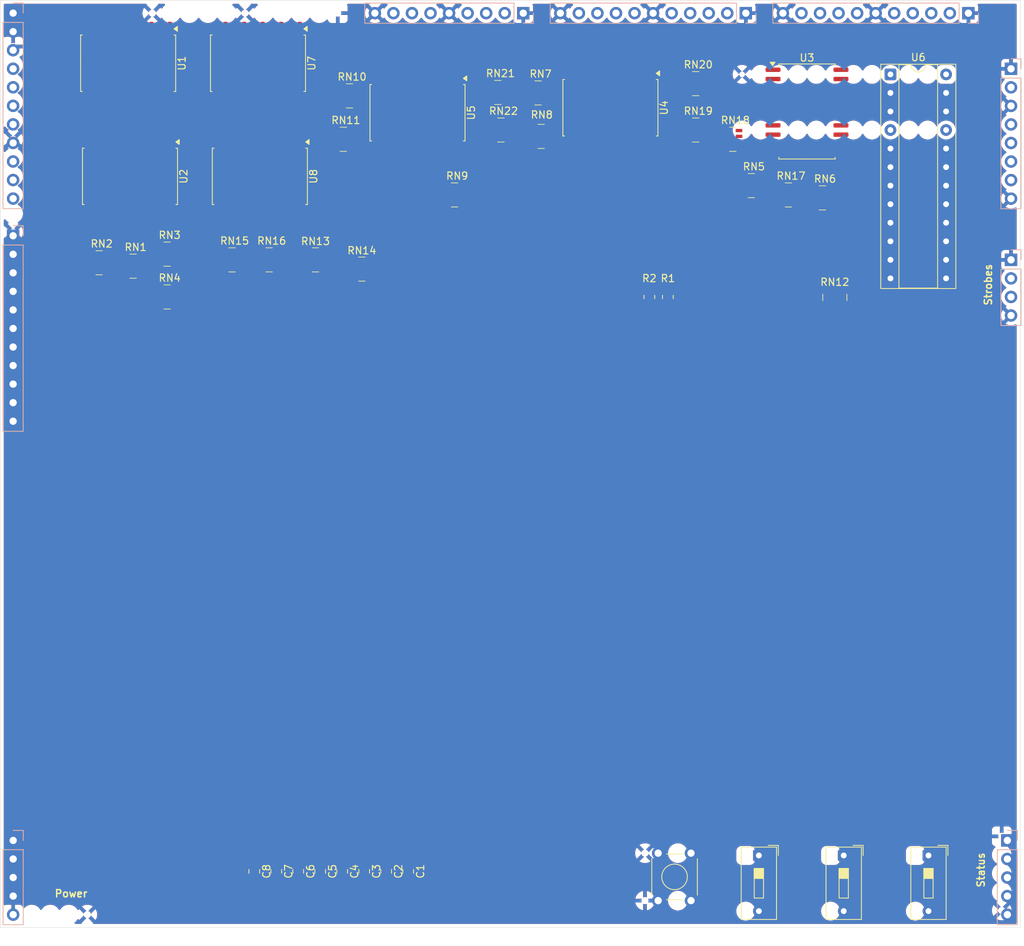
<source format=kicad_pcb>
(kicad_pcb (version 20241229) (generator "pcbnew") (generator_version "9.0")
  (title_block (title "Frontpanel") (date "2025-09-11") (rev "1"))
  (layers (0 "F.Cu" signal) (2 "B.Cu" signal) (13 "F.Paste" user) (15 "B.Paste" user) (5 "F.SilkS" user "F.Silkscreen") (7 "B.SilkS" user "B.Silkscreen") (1 "F.Mask" user) (3 "B.Mask" user) (25 "Edge.Cuts" user))
  (net 0 "")
  (net 1 "VCC")
  (net 2 "GND")
  (net 3 "Net-(D1-A)")
  (net 4 "Net-(D2-A)")
  (net 5 "Net-(D3-A)")
  (net 6 "Net-(D4-A)")
  (net 7 "Net-(D5-A)")
  (net 8 "Net-(D6-A)")
  (net 9 "Net-(D7-A)")
  (net 10 "Net-(D8-A)")
  (net 11 "Net-(D9-A)")
  (net 12 "Net-(D10-A)")
  (net 13 "Net-(D11-A)")
  (net 14 "Net-(D12-A)")
  (net 15 "Net-(D13-A)")
  (net 16 "Net-(D14-A)")
  (net 17 "Net-(D15-A)")
  (net 18 "Net-(D16-A)")
  (net 19 "Net-(D17-A)")
  (net 20 "Net-(D18-A)")
  (net 21 "Net-(D19-A)")
  (net 22 "Net-(D20-A)")
  (net 23 "Net-(D21-A)")
  (net 24 "Net-(D22-A)")
  (net 25 "Net-(D23-A)")
  (net 26 "Net-(D24-A)")
  (net 27 "Net-(D25-A)")
  (net 28 "Net-(D26-A)")
  (net 29 "Net-(D27-A)")
  (net 30 "Net-(D28-A)")
  (net 31 "Net-(D29-A)")
  (net 32 "Net-(D30-A)")
  (net 33 "Net-(D31-A)")
  (net 34 "Net-(D32-A)")
  (net 35 "Net-(D33-A)")
  (net 36 "Net-(D34-A)")
  (net 37 "Net-(D35-A)")
  (net 38 "Net-(D36-A)")
  (net 39 "Net-(D37-A)")
  (net 40 "Net-(D38-A)")
  (net 41 "Net-(D39-A)")
  (net 42 "Net-(D40-A)")
  (net 43 "Net-(D41-A)")
  (net 44 "Net-(D42-A)")
  (net 45 "Net-(D43-A)")
  (net 46 "Net-(D44-K)")
  (net 47 "Net-(D45-A)")
  (net 48 "/~{PRDC}")
  (net 49 "Net-(D46-K)")
  (net 50 "/DATA3")
  (net 51 "/DATA2")
  (net 52 "/DATA6")
  (net 53 "/DATA1")
  (net 54 "/DATA0")
  (net 55 "/DATA4")
  (net 56 "/DATA5")
  (net 57 "/DATA7")
  (net 58 "/DATA10")
  (net 59 "/DATA13")
  (net 60 "/DATA14")
  (net 61 "/DATA15")
  (net 62 "/DATA11")
  (net 63 "/DATA12")
  (net 64 "/DATA9")
  (net 65 "/DATA8")
  (net 66 "/ADDR4")
  (net 67 "/ADDR2")
  (net 68 "/ADDR6")
  (net 69 "/ADDR5")
  (net 70 "/ADDR7")
  (net 71 "/ADDR0")
  (net 72 "/ADDR1")
  (net 73 "/ADDR3")
  (net 74 "/ADDR12")
  (net 75 "/ADDR9")
  (net 76 "/ADDR10")
  (net 77 "/ADDR8")
  (net 78 "/ADDR14")
  (net 79 "/ADDR15")
  (net 80 "/ADDR11")
  (net 81 "/ADDR13")
  (net 82 "/ADDR20")
  (net 83 "/ADDR18")
  (net 84 "/ADDR17")
  (net 85 "/ADDR16")
  (net 86 "/ADDR21")
  (net 87 "/ADDR19")
  (net 88 "/BUS_RESET")
  (net 89 "/~{CPU_RESET}")
  (net 90 "/BUF_CLK")
  (net 91 "/~{BUS_RESET}")
  (net 92 "/HALT")
  (net 93 "/~{GPW}")
  (net 94 "/~{GPR}")
  (net 95 "/EXT_ABORT")
  (net 96 "/BUS_GRANT")
  (net 97 "Net-(RN1-R1.2)")
  (net 98 "Net-(RN1-R2.2)")
  (net 99 "Net-(RN1-R3.2)")
  (net 100 "Net-(RN1-R4.2)")
  (net 101 "Net-(RN2-R3.2)")
  (net 102 "Net-(RN2-R1.2)")
  (net 103 "Net-(RN2-R4.2)")
  (net 104 "Net-(RN2-R2.2)")
  (net 105 "Net-(RN3-R2.2)")
  (net 106 "Net-(RN3-R4.2)")
  (net 107 "Net-(RN3-R3.2)")
  (net 108 "Net-(RN3-R1.2)")
  (net 109 "Net-(RN4-R1.2)")
  (net 110 "Net-(RN4-R4.2)")
  (net 111 "Net-(RN4-R2.2)")
  (net 112 "Net-(RN4-R3.2)")
  (net 113 "Net-(RN5-R4.2)")
  (net 114 "Net-(RN5-R1.2)")
  (net 115 "Net-(RN5-R3.2)")
  (net 116 "Net-(RN5-R2.2)")
  (net 117 "Net-(RN6-R2.2)")
  (net 118 "Net-(RN6-R3.2)")
  (net 119 "Net-(RN6-R4.2)")
  (net 120 "Net-(RN6-R1.2)")
  (net 121 "Net-(RN7-R4.2)")
  (net 122 "Net-(RN7-R2.2)")
  (net 123 "Net-(RN7-R3.2)")
  (net 124 "Net-(RN7-R1.2)")
  (net 125 "Net-(RN8-R1.2)")
  (net 126 "Net-(RN8-R2.2)")
  (net 127 "Net-(RN8-R4.2)")
  (net 128 "Net-(RN8-R3.2)")
  (net 129 "Net-(RN9-R4.2)")
  (net 130 "Net-(RN9-R2.2)")
  (net 131 "Net-(RN9-R3.2)")
  (net 132 "Net-(RN9-R1.2)")
  (net 133 "Net-(RN10-R1.2)")
  (net 134 "Net-(RN10-R2.2)")
  (net 135 "Net-(RN10-R4.2)")
  (net 136 "Net-(RN10-R3.2)")
  (net 137 "Net-(RN11-R1.2)")
  (net 138 "Net-(RN11-R2.2)")
  (net 139 "/MD1")
  (net 140 "/MD2")
  (net 141 "/ODT")
  (net 142 "/MD3")
  (net 149 "Net-(U7-G1)")
  (footprint "no_silkscreen:led_0805" (layer "F.Cu") (at 66.5734 103.2764 90)
    (property "Reference" "D15" (hide yes))
    (property "Value" "(amber)" (hide yes))
    (pad "1" smd roundrect (at -1.025 0 90) (size 1.15 1.4) (layers "F.Cu" "F.Mask" "F.Paste") (roundrect_rratio 0.217391) (net 2 "GND"))
    (pad "2" smd roundrect (at 1.025 0 90) (size 1.15 1.4) (layers "F.Cu" "F.Mask" "F.Paste") (roundrect_rratio 0.217391) (net 17 "Net-(D15-A)"))
  )
  (footprint "no_silkscreen:led_0805" (layer "F.Cu") (at 147.828 69.7484 90)
    (property "Reference" "D42" (hide yes))
    (property "Value" "MD3" (hide yes))
    (pad "1" smd roundrect (at -1.025 0 90) (size 1.15 1.4) (layers "F.Cu" "F.Mask" "F.Paste") (roundrect_rratio 0.217391) (net 2 "GND"))
    (pad "2" smd roundrect (at 1.025 0 90) (size 1.15 1.4) (layers "F.Cu" "F.Mask" "F.Paste") (roundrect_rratio 0.217391) (net 44 "Net-(D42-A)"))
  )
  (footprint "no_silkscreen:led_0805" (layer "F.Cu") (at 142.0114 69.7484 90)
    (property "Reference" "D41" (hide yes))
    (property "Value" "MD2" (hide yes))
    (pad "1" smd roundrect (at -1.025 0 90) (size 1.15 1.4) (layers "F.Cu" "F.Mask" "F.Paste") (roundrect_rratio 0.217391) (net 2 "GND"))
    (pad "2" smd roundrect (at 1.025 0 90) (size 1.15 1.4) (layers "F.Cu" "F.Mask" "F.Paste") (roundrect_rratio 0.217391) (net 43 "Net-(D41-A)"))
  )
  (footprint "Button_Switch_THT:SW_TH_Tactile_Omron_B3F-100x" (layer "F.Cu") (at 107.8844 138.5525 90)
    (property "Reference" "SW1" (hide yes))
    (property "Value" "Reset" (hide yes))
    (pad "1" thru_hole circle (at 0 0 90) (size 1.7 1.7) (drill 1) (layers "*.Cu" "*.Mask") (net 2 "GND"))
    (pad "1" thru_hole circle (at 6.5 0 90) (size 1.7 1.7) (drill 1) (layers "*.Cu" "*.Mask") (net 2 "GND"))
    (pad "2" thru_hole circle (at 0 4.5 90) (size 1.7 1.7) (drill 1) (layers "*.Cu" "*.Mask") (net 89 "/~{CPU_RESET}"))
    (pad "2" thru_hole circle (at 6.5 4.5 90) (size 1.7 1.7) (drill 1) (layers "*.Cu" "*.Mask") (net 89 "/~{CPU_RESET}"))
  )
  (footprint "JVR11:r_array_1206_x4" (layer "F.Cu") (at 85.94 27.87)
    (property "Reference" "RN21" (at 0.35 -2.6 0) (layer "F.SilkS"))
    (property "Value" "10K")
    (pad "1" smd rect (at -0.85 -1.2) (size 0.9 0.45) (layers "F.Cu" "F.Mask" "F.Paste") (net 2 "GND"))
    (pad "2" smd rect (at -0.85 -0.4) (size 0.9 0.45) (layers "F.Cu" "F.Mask" "F.Paste") (net 2 "GND"))
    (pad "3" smd rect (at -0.85 0.4) (size 0.9 0.45) (layers "F.Cu" "F.Mask" "F.Paste") (net 2 "GND"))
    (pad "4" smd rect (at -0.85 1.2) (size 0.9 0.45) (layers "F.Cu" "F.Mask" "F.Paste") (net 2 "GND"))
    (pad "5" smd rect (at 0.85 1.2) (size 0.9 0.45) (layers "F.Cu" "F.Mask" "F.Paste") (net 85 "/ADDR16"))
    (pad "6" smd rect (at 0.85 0.4) (size 0.9 0.45) (layers "F.Cu" "F.Mask" "F.Paste") (net 84 "/ADDR17"))
    (pad "7" smd rect (at 0.85 -0.4) (size 0.9 0.45) (layers "F.Cu" "F.Mask" "F.Paste") (net 83 "/ADDR18"))
    (pad "8" smd rect (at 0.85 -1.2) (size 0.9 0.45) (layers "F.Cu" "F.Mask" "F.Paste") (net 87 "/ADDR19"))
  )
  (footprint "no_silkscreen:led_0805" (layer "F.Cu") (at 107.2134 103.2764 90)
    (property "Reference" "D8" (hide yes))
    (property "Value" "(amber)" (hide yes))
    (pad "1" smd roundrect (at -1.025 0 90) (size 1.15 1.4) (layers "F.Cu" "F.Mask" "F.Paste") (roundrect_rratio 0.217391) (net 2 "GND"))
    (pad "2" smd roundrect (at 1.025 0 90) (size 1.15 1.4) (layers "F.Cu" "F.Mask" "F.Paste") (roundrect_rratio 0.217391) (net 10 "Net-(D8-A)"))
  )
  (footprint "JVR11:r_array_1206_x4" (layer "F.Cu") (at 65.62 28.34)
    (property "Reference" "RN10" (at 0.35 -2.6 0) (layer "F.SilkS"))
    (property "Value" "1K")
    (pad "1" smd rect (at -0.85 -1.2) (size 0.9 0.45) (layers "F.Cu" "F.Mask" "F.Paste") (net 46 "Net-(D44-K)"))
    (pad "2" smd rect (at -0.85 -0.4) (size 0.9 0.45) (layers "F.Cu" "F.Mask" "F.Paste") (net 45 "Net-(D43-A)"))
    (pad "3" smd rect (at -0.85 0.4) (size 0.9 0.45) (layers "F.Cu" "F.Mask" "F.Paste") (net 40 "Net-(D38-A)"))
    (pad "4" smd rect (at -0.85 1.2) (size 0.9 0.45) (layers "F.Cu" "F.Mask" "F.Paste") (net 39 "Net-(D37-A)"))
    (pad "5" smd rect (at 0.85 1.2) (size 0.9 0.45) (layers "F.Cu" "F.Mask" "F.Paste") (net 135 "Net-(RN10-R4.2)"))
    (pad "6" smd rect (at 0.85 0.4) (size 0.9 0.45) (layers "F.Cu" "F.Mask" "F.Paste") (net 136 "Net-(RN10-R3.2)"))
    (pad "7" smd rect (at 0.85 -0.4) (size 0.9 0.45) (layers "F.Cu" "F.Mask" "F.Paste") (net 134 "Net-(RN10-R2.2)"))
    (pad "8" smd rect (at 0.85 -1.2) (size 0.9 0.45) (layers "F.Cu" "F.Mask" "F.Paste") (net 133 "Net-(RN10-R1.2)"))
  )
  (footprint "no_silkscreen:led_0805" (layer "F.Cu") (at 37.5666 86.5124 90)
    (property "Reference" "D36" (hide yes))
    (property "Value" "(amber)" (hide yes))
    (pad "1" smd roundrect (at -1.025 0 90) (size 1.15 1.4) (layers "F.Cu" "F.Mask" "F.Paste") (roundrect_rratio 0.217391) (net 2 "GND"))
    (pad "2" smd roundrect (at 1.025 0 90) (size 1.15 1.4) (layers "F.Cu" "F.Mask" "F.Paste") (roundrect_rratio 0.217391) (net 38 "Net-(D36-A)"))
  )
  (footprint "no_silkscreen:led_0805" (layer "F.Cu") (at 60.7822 86.5124 90)
    (property "Reference" "D32" (hide yes))
    (property "Value" "(amber)" (hide yes))
    (pad "1" smd roundrect (at -1.025 0 90) (size 1.15 1.4) (layers "F.Cu" "F.Mask" "F.Paste") (roundrect_rratio 0.217391) (net 2 "GND"))
    (pad "2" smd roundrect (at 1.025 0 90) (size 1.15 1.4) (layers "F.Cu" "F.Mask" "F.Paste") (roundrect_rratio 0.217391) (net 34 "Net-(D32-A)"))
  )
  (footprint "Capacitor_SMD:C_0805_2012Metric_Pad1.18x1.45mm_HandSolder" (layer "F.Cu") (at 52.5776 134.5438 -90)
    (property "Reference" "C8" (at 0 -1.68 90) (layer "F.SilkS"))
    (property "Value" "100n")
    (pad "1" smd roundrect (at -1.0375 0 270) (size 1.175 1.45) (layers "F.Cu" "F.Mask" "F.Paste") (roundrect_rratio 0.212766) (net 1 "VCC"))
    (pad "2" smd roundrect (at 1.0375 0 270) (size 1.175 1.45) (layers "F.Cu" "F.Mask" "F.Paste") (roundrect_rratio 0.212766) (net 2 "GND"))
  )
  (footprint "Resistor_SMD:R_0805_2012Metric_Pad1.20x1.40mm_HandSolder" (layer "F.Cu") (at 109.22 55.88 90)
    (property "Reference" "R1" (at 2.54 0 0) (layer "F.SilkS"))
    (property "Value" "1K")
    (pad "1" smd roundrect (at -1 0 90) (size 1.2 1.4) (layers "F.Cu" "F.Mask" "F.Paste") (roundrect_rratio 0.208333) (net 47 "Net-(D45-A)"))
    (pad "2" smd roundrect (at 1 0 90) (size 1.2 1.4) (layers "F.Cu" "F.Mask" "F.Paste") (roundrect_rratio 0.208333) (net 1 "VCC"))
  )
  (footprint "no_silkscreen:led_0805" (layer "F.Cu") (at 107.2134 69.7484 -90)
    (property "Reference" "D46" (hide yes))
    (property "Value" "Power" (hide yes))
    (pad "1" smd roundrect (at -1.025 0 270) (size 1.15 1.4) (layers "F.Cu" "F.Mask" "F.Paste") (roundrect_rratio 0.217391) (net 49 "Net-(D46-K)"))
    (pad "2" smd roundrect (at 1.025 0 270) (size 1.15 1.4) (layers "F.Cu" "F.Mask" "F.Paste") (roundrect_rratio 0.217391) (net 1 "VCC"))
  )
  (footprint "JVR11:r_array_1206_x4" (layer "F.Cu") (at 35.98 51.67)
    (property "Reference" "RN1" (at 0.35 -2.6 0) (layer "F.SilkS"))
    (property "Value" "1K")
    (pad "1" smd rect (at -0.85 -1.2) (size 0.9 0.45) (layers "F.Cu" "F.Mask" "F.Paste") (net 6 "Net-(D4-A)"))
    (pad "2" smd rect (at -0.85 -0.4) (size 0.9 0.45) (layers "F.Cu" "F.Mask" "F.Paste") (net 5 "Net-(D3-A)"))
    (pad "3" smd rect (at -0.85 0.4) (size 0.9 0.45) (layers "F.Cu" "F.Mask" "F.Paste") (net 4 "Net-(D2-A)"))
    (pad "4" smd rect (at -0.85 1.2) (size 0.9 0.45) (layers "F.Cu" "F.Mask" "F.Paste") (net 3 "Net-(D1-A)"))
    (pad "5" smd rect (at 0.85 1.2) (size 0.9 0.45) (layers "F.Cu" "F.Mask" "F.Paste") (net 100 "Net-(RN1-R4.2)"))
    (pad "6" smd rect (at 0.85 0.4) (size 0.9 0.45) (layers "F.Cu" "F.Mask" "F.Paste") (net 99 "Net-(RN1-R3.2)"))
    (pad "7" smd rect (at 0.85 -0.4) (size 0.9 0.45) (layers "F.Cu" "F.Mask" "F.Paste") (net 98 "Net-(RN1-R2.2)"))
    (pad "8" smd rect (at 0.85 -1.2) (size 0.9 0.45) (layers "F.Cu" "F.Mask" "F.Paste") (net 97 "Net-(RN1-R1.2)"))
  )
  (footprint "no_silkscreen:led_0805" (layer "F.Cu") (at 136.2202 86.5124 90)
    (property "Reference" "D19" (hide yes))
    (property "Value" "(amber)" (hide yes))
    (pad "1" smd roundrect (at -1.025 0 90) (size 1.15 1.4) (layers "F.Cu" "F.Mask" "F.Paste") (roundrect_rratio 0.217391) (net 2 "GND"))
    (pad "2" smd roundrect (at 1.025 0 90) (size 1.15 1.4) (layers "F.Cu" "F.Mask" "F.Paste") (roundrect_rratio 0.217391) (net 21 "Net-(D19-A)"))
  )
  (footprint "no_silkscreen:led_0805" (layer "F.Cu") (at 142.0114 86.5124 90)
    (property "Reference" "D18" (hide yes))
    (property "Value" "(amber)" (hide yes))
    (pad "1" smd roundrect (at -1.025 0 90) (size 1.15 1.4) (layers "F.Cu" "F.Mask" "F.Paste") (roundrect_rratio 0.217391) (net 2 "GND"))
    (pad "2" smd roundrect (at 1.025 0 90) (size 1.15 1.4) (layers "F.Cu" "F.Mask" "F.Paste") (roundrect_rratio 0.217391) (net 20 "Net-(D18-A)"))
  )
  (footprint "no_silkscreen:led_0805" (layer "F.Cu") (at 147.828 86.5124 90)
    (property "Reference" "D17" (hide yes))
    (property "Value" "(amber)" (hide yes))
    (pad "1" smd roundrect (at -1.025 0 90) (size 1.15 1.4) (layers "F.Cu" "F.Mask" "F.Paste") (roundrect_rratio 0.217391) (net 2 "GND"))
    (pad "2" smd roundrect (at 1.025 0 90) (size 1.15 1.4) (layers "F.Cu" "F.Mask" "F.Paste") (roundrect_rratio 0.217391) (net 19 "Net-(D17-A)"))
  )
  (footprint "no_silkscreen:led_0805" (layer "F.Cu") (at 130.4036 69.7484 90)
    (property "Reference" "D39" (hide yes))
    (property "Value" "ODT" (hide yes))
    (pad "1" smd roundrect (at -1.025 0 90) (size 1.15 1.4) (layers "F.Cu" "F.Mask" "F.Paste") (roundrect_rratio 0.217391) (net 2 "GND"))
    (pad "2" smd roundrect (at 1.025 0 90) (size 1.15 1.4) (layers "F.Cu" "F.Mask" "F.Paste") (roundrect_rratio 0.217391) (net 41 "Net-(D39-A)"))
  )
  (footprint "Button_Switch_THT:SW_DIP_SPSTx01_Slide_9.78x4.72mm_W7.62mm_P2.54mm" (layer "F.Cu") (at 121.6789 132.3675 -90)
    (property "Reference" "SW2" (hide yes))
    (property "Value" "Halt" (hide yes))
    (pad "1" thru_hole roundrect (at 0 0 270) (size 1.6 1.6) (drill 0.8) (layers "*.Cu" "*.Mask") (roundrect_rratio 0.15625) (net 1 "VCC"))
    (pad "2" thru_hole circle (at 7.62 0 270) (size 1.6 1.6) (drill 0.8) (layers "*.Cu" "*.Mask") (net 92 "/HALT"))
  )
  (footprint "Capacitor_SMD:C_0805_2012Metric_Pad1.18x1.45mm_HandSolder" (layer "F.Cu") (at 61.6076 134.5438 -90)
    (property "Reference" "C5" (at 0 -1.68 90) (layer "F.SilkS"))
    (property "Value" "100n")
    (pad "1" smd roundrect (at -1.0375 0 270) (size 1.175 1.45) (layers "F.Cu" "F.Mask" "F.Paste") (roundrect_rratio 0.212766) (net 1 "VCC"))
    (pad "2" smd roundrect (at 1.0375 0 270) (size 1.175 1.45) (layers "F.Cu" "F.Mask" "F.Paste") (roundrect_rratio 0.212766) (net 2 "GND"))
  )
  (footprint "Button_Switch_THT:SW_DIP_SPSTx01_Slide_9.78x4.72mm_W7.62mm_P2.54mm" (layer "F.Cu") (at 144.9072 132.3675 -90)
    (property "Reference" "SW3" (hide yes))
    (property "Value" "Startup option" (hide yes))
    (pad "1" thru_hole roundrect (at 0 0 270) (size 1.6 1.6) (drill 0.8) (layers "*.Cu" "*.Mask") (roundrect_rratio 0.15625) (net 1 "VCC"))
    (pad "2" thru_hole circle (at 7.62 0 270) (size 1.6 1.6) (drill 0.8) (layers "*.Cu" "*.Mask") (net 138 "Net-(RN11-R2.2)"))
  )
  (footprint "no_silkscreen:led_0805" (layer "F.Cu") (at 118.8212 86.5124 90)
    (property "Reference" "D22" (hide yes))
    (property "Value" "(amber)" (hide yes))
    (pad "1" smd roundrect (at -1.025 0 90) (size 1.15 1.4) (layers "F.Cu" "F.Mask" "F.Paste") (roundrect_rratio 0.217391) (net 2 "GND"))
    (pad "2" smd roundrect (at 1.025 0 90) (size 1.15 1.4) (layers "F.Cu" "F.Mask" "F.Paste") (roundrect_rratio 0.217391) (net 24 "Net-(D22-A)"))
  )
  (footprint "JVR11:r_array_1206_x4" (layer "F.Cu") (at 91.44 27.94)
    (property "Reference" "RN7" (at 0.35 -2.6 0) (layer "F.SilkS"))
    (property "Value" "1K")
    (pad "1" smd rect (at -0.85 -1.2) (size 0.9 0.45) (layers "F.Cu" "F.Mask" "F.Paste") (net 30 "Net-(D28-A)"))
    (pad "2" smd rect (at -0.85 -0.4) (size 0.9 0.45) (layers "F.Cu" "F.Mask" "F.Paste") (net 29 "Net-(D27-A)"))
    (pad "3" smd rect (at -0.85 0.4) (size 0.9 0.45) (layers "F.Cu" "F.Mask" "F.Paste") (net 28 "Net-(D26-A)"))
    (pad "4" smd rect (at -0.85 1.2) (size 0.9 0.45) (layers "F.Cu" "F.Mask" "F.Paste") (net 27 "Net-(D25-A)"))
    (pad "5" smd rect (at 0.85 1.2) (size 0.9 0.45) (layers "F.Cu" "F.Mask" "F.Paste") (net 121 "Net-(RN7-R4.2)"))
    (pad "6" smd rect (at 0.85 0.4) (size 0.9 0.45) (layers "F.Cu" "F.Mask" "F.Paste") (net 123 "Net-(RN7-R3.2)"))
    (pad "7" smd rect (at 0.85 -0.4) (size 0.9 0.45) (layers "F.Cu" "F.Mask" "F.Paste") (net 122 "Net-(RN7-R2.2)"))
    (pad "8" smd rect (at 0.85 -1.2) (size 0.9 0.45) (layers "F.Cu" "F.Mask" "F.Paste") (net 124 "Net-(RN7-R1.2)"))
  )
  (footprint "no_silkscreen:led_0805" (layer "F.Cu") (at 31.7754 86.5124 90)
    (property "Reference" "D37" (hide yes))
    (property "Value" "(amber)" (hide yes))
    (pad "1" smd roundrect (at -1.025 0 90) (size 1.15 1.4) (layers "F.Cu" "F.Mask" "F.Paste") (roundrect_rratio 0.217391) (net 2 "GND"))
    (pad "2" smd roundrect (at 1.025 0 90) (size 1.15 1.4) (layers "F.Cu" "F.Mask" "F.Paste") (roundrect_rratio 0.217391) (net 39 "Net-(D37-A)"))
  )
  (footprint "no_silkscreen:led_0805" (layer "F.Cu") (at 113.0046 86.5124 90)
    (property "Reference" "D23" (hide yes))
    (property "Value" "(amber)" (hide yes))
    (pad "1" smd roundrect (at -1.025 0 90) (size 1.15 1.4) (layers "F.Cu" "F.Mask" "F.Paste") (roundrect_rratio 0.217391) (net 2 "GND"))
    (pad "2" smd roundrect (at 1.025 0 90) (size 1.15 1.4) (layers "F.Cu" "F.Mask" "F.Paste") (roundrect_rratio 0.217391) (net 25 "Net-(D23-A)"))
  )
  (footprint "Capacitor_SMD:C_0805_2012Metric_Pad1.18x1.45mm_HandSolder" (layer "F.Cu") (at 55.5876 134.5438 -90)
    (property "Reference" "C7" (at 0 -1.68 90) (layer "F.SilkS"))
    (property "Value" "100n")
    (pad "1" smd roundrect (at -1.0375 0 270) (size 1.175 1.45) (layers "F.Cu" "F.Mask" "F.Paste") (roundrect_rratio 0.212766) (net 1 "VCC"))
    (pad "2" smd roundrect (at 1.0375 0 270) (size 1.175 1.45) (layers "F.Cu" "F.Mask" "F.Paste") (roundrect_rratio 0.212766) (net 2 "GND"))
  )
  (footprint "JVR11:r_array_1206_x4" (layer "F.Cu") (at 40.64 50.02)
    (property "Reference" "RN3" (at 0.35 -2.6 0) (layer "F.SilkS"))
    (property "Value" "1K")
    (pad "1" smd rect (at -0.85 -1.2) (size 0.9 0.45) (layers "F.Cu" "F.Mask" "F.Paste") (net 14 "Net-(D12-A)"))
    (pad "2" smd rect (at -0.85 -0.4) (size 0.9 0.45) (layers "F.Cu" "F.Mask" "F.Paste") (net 13 "Net-(D11-A)"))
    (pad "3" smd rect (at -0.85 0.4) (size 0.9 0.45) (layers "F.Cu" "F.Mask" "F.Paste") (net 12 "Net-(D10-A)"))
    (pad "4" smd rect (at -0.85 1.2) (size 0.9 0.45) (layers "F.Cu" "F.Mask" "F.Paste") (net 11 "Net-(D9-A)"))
    (pad "5" smd rect (at 0.85 1.2) (size 0.9 0.45) (layers "F.Cu" "F.Mask" "F.Paste") (net 106 "Net-(RN3-R4.2)"))
    (pad "6" smd rect (at 0.85 0.4) (size 0.9 0.45) (layers "F.Cu" "F.Mask" "F.Paste") (net 107 "Net-(RN3-R3.2)"))
    (pad "7" smd rect (at 0.85 -0.4) (size 0.9 0.45) (layers "F.Cu" "F.Mask" "F.Paste") (net 105 "Net-(RN3-R2.2)"))
    (pad "8" smd rect (at 0.85 -1.2) (size 0.9 0.45) (layers "F.Cu" "F.Mask" "F.Paste") (net 108 "Net-(RN3-R1.2)"))
  )
  (footprint "Package_SO:SOIC-20W_7.5x12.8mm_P1.27mm" (layer "F.Cu") (at 74.93 30.656 -90)
    (property "Reference" "U5" (at 0 -7.35 90) (layer "F.SilkS"))
    (property "Value" "74HCT541")
    (pad "1" smd roundrect (at -4.65 -5.715 270) (size 2.05 0.6) (layers "F.Cu" "F.Mask" "F.Paste") (net 2 "GND"))
    (pad "2" smd roundrect (at -4.65 -4.445 270) (size 2.05 0.6) (layers "F.Cu" "F.Mask" "F.Paste") (net 85 "/ADDR16"))
    (pad "3" smd roundrect (at -4.65 -3.175 270) (size 2.05 0.6) (layers "F.Cu" "F.Mask" "F.Paste") (net 84 "/ADDR17"))
    (pad "4" smd roundrect (at -4.65 -1.905 270) (size 2.05 0.6) (layers "F.Cu" "F.Mask" "F.Paste") (net 83 "/ADDR18"))
    (pad "5" smd roundrect (at -4.65 -0.635 270) (size 2.05 0.6) (layers "F.Cu" "F.Mask" "F.Paste") (net 87 "/ADDR19"))
    (pad "6" smd roundrect (at -4.65 0.635 270) (size 2.05 0.6) (layers "F.Cu" "F.Mask" "F.Paste") (net 82 "/ADDR20"))
    (pad "7" smd roundrect (at -4.65 1.905 270) (size 2.05 0.6) (layers "F.Cu" "F.Mask" "F.Paste") (net 86 "/ADDR21"))
    (pad "8" smd roundrect (at -4.65 3.175 270) (size 2.05 0.6) (layers "F.Cu" "F.Mask" "F.Paste") (net 95 "/EXT_ABORT"))
    (pad "9" smd roundrect (at -4.65 4.445 270) (size 2.05 0.6) (layers "F.Cu" "F.Mask" "F.Paste") (net 96 "/BUS_GRANT"))
    (pad "10" smd roundrect (at -4.65 5.715 270) (size 2.05 0.6) (layers "F.Cu" "F.Mask" "F.Paste") (net 2 "GND"))
    (pad "11" smd roundrect (at 4.65 5.715 270) (size 2.05 0.6) (layers "F.Cu" "F.Mask" "F.Paste") (net 133 "Net-(RN10-R1.2)"))
    (pad "12" smd roundrect (at 4.65 4.445 270) (size 2.05 0.6) (layers "F.Cu" "F.Mask" "F.Paste") (net 134 "Net-(RN10-R2.2)"))
    (pad "13" smd roundrect (at 4.65 3.175 270) (size 2.05 0.6) (layers "F.Cu" "F.Mask" "F.Paste") (net 136 "Net-(RN10-R3.2)"))
    (pad "14" smd roundrect (at 4.65 1.905 270) (size 2.05 0.6) (layers "F.Cu" "F.Mask" "F.Paste") (net 135 "Net-(RN10-R4.2)"))
    (pad "15" smd roundrect (at 4.65 0.635 270) (size 2.05 0.6) (layers "F.Cu" "F.Mask" "F.Paste") (net 132 "Net-(RN9-R1.2)"))
    (pad "16" smd roundrect (at 4.65 -0.635 270) (size 2.05 0.6) (layers "F.Cu" "F.Mask" "F.Paste") (net 130 "Net-(RN9-R2.2)"))
    (pad "17" smd roundrect (at 4.65 -1.905 270) (size 2.05 0.6) (layers "F.Cu" "F.Mask" "F.Paste") (net 131 "Net-(RN9-R3.2)"))
    (pad "18" smd roundrect (at 4.65 -3.175 270) (size 2.05 0.6) (layers "F.Cu" "F.Mask" "F.Paste") (net 129 "Net-(RN9-R4.2)"))
    (pad "19" smd roundrect (at 4.65 -4.445 270) (size 2.05 0.6) (layers "F.Cu" "F.Mask" "F.Paste") (net 2 "GND"))
    (pad "20" smd roundrect (at 4.65 -5.715 270) (size 2.05 0.6) (layers "F.Cu" "F.Mask" "F.Paste") (net 1 "VCC"))
  )
  (footprint "no_silkscreen:led_0805" (layer "F.Cu") (at 89.8144 86.5124 90)
    (property "Reference" "D27" (hide yes))
    (property "Value" "(amber)" (hide yes))
    (pad "1" smd roundrect (at -1.025 0 90) (size 1.15 1.4) (layers "F.Cu" "F.Mask" "F.Paste") (roundrect_rratio 0.217391) (net 2 "GND"))
    (pad "2" smd roundrect (at 1.025 0 90) (size 1.15 1.4) (layers "F.Cu" "F.Mask" "F.Paste") (roundrect_rratio 0.217391) (net 29 "Net-(D27-A)"))
  )
  (footprint "no_silkscreen:led_0805" (layer "F.Cu") (at 89.8144 103.2764 90)
    (property "Reference" "D11" (hide yes))
    (property "Value" "(amber)" (hide yes))
    (pad "1" smd roundrect (at -1.025 0 90) (size 1.15 1.4) (layers "F.Cu" "F.Mask" "F.Paste") (roundrect_rratio 0.217391) (net 2 "GND"))
    (pad "2" smd roundrect (at 1.025 0 90) (size 1.15 1.4) (layers "F.Cu" "F.Mask" "F.Paste") (roundrect_rratio 0.217391) (net 13 "Net-(D11-A)"))
  )
  (footprint "JVR11:r_array_1206_x4" (layer "F.Cu") (at 120.65 40.64)
    (property "Reference" "RN5" (at 0.35 -2.6 0) (layer "F.SilkS"))
    (property "Value" "1K")
    (pad "1" smd rect (at -0.85 -1.2) (size 0.9 0.45) (layers "F.Cu" "F.Mask" "F.Paste") (net 22 "Net-(D20-A)"))
    (pad "2" smd rect (at -0.85 -0.4) (size 0.9 0.45) (layers "F.Cu" "F.Mask" "F.Paste") (net 21 "Net-(D19-A)"))
    (pad "3" smd rect (at -0.85 0.4) (size 0.9 0.45) (layers "F.Cu" "F.Mask" "F.Paste") (net 20 "Net-(D18-A)"))
    (pad "4" smd rect (at -0.85 1.2) (size 0.9 0.45) (layers "F.Cu" "F.Mask" "F.Paste") (net 19 "Net-(D17-A)"))
    (pad "5" smd rect (at 0.85 1.2) (size 0.9 0.45) (layers "F.Cu" "F.Mask" "F.Paste") (net 113 "Net-(RN5-R4.2)"))
    (pad "6" smd rect (at 0.85 0.4) (size 0.9 0.45) (layers "F.Cu" "F.Mask" "F.Paste") (net 115 "Net-(RN5-R3.2)"))
    (pad "7" smd rect (at 0.85 -0.4) (size 0.9 0.45) (layers "F.Cu" "F.Mask" "F.Paste") (net 116 "Net-(RN5-R2.2)"))
    (pad "8" smd rect (at 0.85 -1.2) (size 0.9 0.45) (layers "F.Cu" "F.Mask" "F.Paste") (net 114 "Net-(RN5-R1.2)"))
  )
  (footprint "JVR11:r_array_1206_x4" (layer "F.Cu") (at 86.36 33.02)
    (property "Reference" "RN22" (at 0.35 -2.6 0) (layer "F.SilkS"))
    (property "Value" "10K")
    (pad "1" smd rect (at -0.85 -1.2) (size 0.9 0.45) (layers "F.Cu" "F.Mask" "F.Paste"))
    (pad "2" smd rect (at -0.85 -0.4) (size 0.9 0.45) (layers "F.Cu" "F.Mask" "F.Paste"))
    (pad "3" smd rect (at -0.85 0.4) (size 0.9 0.45) (layers "F.Cu" "F.Mask" "F.Paste") (net 2 "GND"))
    (pad "4" smd rect (at -0.85 1.2) (size 0.9 0.45) (layers "F.Cu" "F.Mask" "F.Paste") (net 2 "GND"))
    (pad "5" smd rect (at 0.85 1.2) (size 0.9 0.45) (layers "F.Cu" "F.Mask" "F.Paste") (net 82 "/ADDR20"))
    (pad "6" smd rect (at 0.85 0.4) (size 0.9 0.45) (layers "F.Cu" "F.Mask" "F.Paste") (net 86 "/ADDR21"))
    (pad "7" smd rect (at 0.85 -0.4) (size 0.9 0.45) (layers "F.Cu" "F.Mask" "F.Paste"))
    (pad "8" smd rect (at 0.85 -1.2) (size 0.9 0.45) (layers "F.Cu" "F.Mask" "F.Paste"))
  )
  (footprint "no_silkscreen:led_0805" (layer "F.Cu") (at 72.39 103.2764 90)
    (property "Reference" "D14" (hide yes))
    (property "Value" "(amber)" (hide yes))
    (pad "1" smd roundrect (at -1.025 0 90) (size 1.15 1.4) (layers "F.Cu" "F.Mask" "F.Paste") (roundrect_rratio 0.217391) (net 2 "GND"))
    (pad "2" smd roundrect (at 1.025 0 90) (size 1.15 1.4) (layers "F.Cu" "F.Mask" "F.Paste") (roundrect_rratio 0.217391) (net 16 "Net-(D14-A)"))
  )
  (footprint "JVR11:r_array_1206_x4" (layer "F.Cu") (at 125.73 41.91)
    (property "Reference" "RN17" (at 0.35 -2.6 0) (layer "F.SilkS"))
    (property "Value" "10K")
    (pad "1" smd rect (at -0.85 -1.2) (size 0.9 0.45) (layers "F.Cu" "F.Mask" "F.Paste") (net 2 "GND"))
    (pad "2" smd rect (at -0.85 -0.4) (size 0.9 0.45) (layers "F.Cu" "F.Mask" "F.Paste") (net 2 "GND"))
    (pad "3" smd rect (at -0.85 0.4) (size 0.9 0.45) (layers "F.Cu" "F.Mask" "F.Paste") (net 2 "GND"))
    (pad "4" smd rect (at -0.85 1.2) (size 0.9 0.45) (layers "F.Cu" "F.Mask" "F.Paste") (net 2 "GND"))
    (pad "5" smd rect (at 0.85 1.2) (size 0.9 0.45) (layers "F.Cu" "F.Mask" "F.Paste") (net 71 "/ADDR0"))
    (pad "6" smd rect (at 0.85 0.4) (size 0.9 0.45) (layers "F.Cu" "F.Mask" "F.Paste") (net 72 "/ADDR1"))
    (pad "7" smd rect (at 0.85 -0.4) (size 0.9 0.45) (layers "F.Cu" "F.Mask" "F.Paste") (net 67 "/ADDR2"))
    (pad "8" smd rect (at 0.85 -1.2) (size 0.9 0.45) (layers "F.Cu" "F.Mask" "F.Paste") (net 73 "/ADDR3"))
  )
  (footprint "no_silkscreen:led_0805" (layer "F.Cu") (at 130.4036 103.2764 90)
    (property "Reference" "D4" (hide yes))
    (property "Value" "(amber)" (hide yes))
    (pad "1" smd roundrect (at -1.025 0 90) (size 1.15 1.4) (layers "F.Cu" "F.Mask" "F.Paste") (roundrect_rratio 0.217391) (net 2 "GND"))
    (pad "2" smd roundrect (at 1.025 0 90) (size 1.15 1.4) (layers "F.Cu" "F.Mask" "F.Paste") (roundrect_rratio 0.217391) (net 6 "Net-(D4-A)"))
  )
  (footprint "no_silkscreen:led_0805" (layer "F.Cu") (at 83.9978 86.5124 90)
    (property "Reference" "D28" (hide yes))
    (property "Value" "(amber)" (hide yes))
    (pad "1" smd roundrect (at -1.025 0 90) (size 1.15 1.4) (layers "F.Cu" "F.Mask" "F.Paste") (roundrect_rratio 0.217391) (net 2 "GND"))
    (pad "2" smd roundrect (at 1.025 0 90) (size 1.15 1.4) (layers "F.Cu" "F.Mask" "F.Paste") (roundrect_rratio 0.217391) (net 30 "Net-(D28-A)"))
  )
  (footprint "no_silkscreen:led_0805" (layer "F.Cu") (at 118.8212 69.7484 90)
    (property "Reference" "D43" (hide yes))
    (property "Value" "Abort" (hide yes))
    (pad "1" smd roundrect (at -1.025 0 90) (size 1.15 1.4) (layers "F.Cu" "F.Mask" "F.Paste") (roundrect_rratio 0.217391) (net 2 "GND"))
    (pad "2" smd roundrect (at 1.025 0 90) (size 1.15 1.4) (layers "F.Cu" "F.Mask" "F.Paste") (roundrect_rratio 0.217391) (net 45 "Net-(D43-A)"))
  )
  (footprint "JVR11:r_array_1206_x4" (layer "F.Cu") (at 54.61 50.8)
    (property "Reference" "RN16" (at 0.35 -2.6 0) (layer "F.SilkS"))
    (property "Value" "10K")
    (pad "1" smd rect (at -0.85 -1.2) (size 0.9 0.45) (layers "F.Cu" "F.Mask" "F.Paste") (net 2 "GND"))
    (pad "2" smd rect (at -0.85 -0.4) (size 0.9 0.45) (layers "F.Cu" "F.Mask" "F.Paste") (net 2 "GND"))
    (pad "3" smd rect (at -0.85 0.4) (size 0.9 0.45) (layers "F.Cu" "F.Mask" "F.Paste") (net 2 "GND"))
    (pad "4" smd rect (at -0.85 1.2) (size 0.9 0.45) (layers "F.Cu" "F.Mask" "F.Paste") (net 2 "GND"))
    (pad "5" smd rect (at 0.85 1.2) (size 0.9 0.45) (layers "F.Cu" "F.Mask" "F.Paste") (net 63 "/DATA12"))
    (pad "6" smd rect (at 0.85 0.4) (size 0.9 0.45) (layers "F.Cu" "F.Mask" "F.Paste") (net 59 "/DATA13"))
    (pad "7" smd rect (at 0.85 -0.4) (size 0.9 0.45) (layers "F.Cu" "F.Mask" "F.Paste") (net 60 "/DATA14"))
    (pad "8" smd rect (at 0.85 -1.2) (size 0.9 0.45) (layers "F.Cu" "F.Mask" "F.Paste") (net 61 "/DATA15"))
  )
  (footprint "Capacitor_SMD:C_0805_2012Metric_Pad1.18x1.45mm_HandSolder" (layer "F.Cu") (at 58.5976 134.5438 -90)
    (property "Reference" "C6" (at 0 -1.68 90) (layer "F.SilkS"))
    (property "Value" "100n")
    (pad "1" smd roundrect (at -1.0375 0 270) (size 1.175 1.45) (layers "F.Cu" "F.Mask" "F.Paste") (roundrect_rratio 0.212766) (net 1 "VCC"))
    (pad "2" smd roundrect (at 1.0375 0 270) (size 1.175 1.45) (layers "F.Cu" "F.Mask" "F.Paste") (roundrect_rratio 0.212766) (net 2 "GND"))
  )
  (footprint "JVR11:r_array_1206_x4" (layer "F.Cu") (at 113.03 26.67)
    (property "Reference" "RN20" (at 0.35 -2.6 0) (layer "F.SilkS"))
    (property "Value" "10K")
    (pad "1" smd rect (at -0.85 -1.2) (size 0.9 0.45) (layers "F.Cu" "F.Mask" "F.Paste") (net 2 "GND"))
    (pad "2" smd rect (at -0.85 -0.4) (size 0.9 0.45) (layers "F.Cu" "F.Mask" "F.Paste") (net 2 "GND"))
    (pad "3" smd rect (at -0.85 0.4) (size 0.9 0.45) (layers "F.Cu" "F.Mask" "F.Paste") (net 2 "GND"))
    (pad "4" smd rect (at -0.85 1.2) (size 0.9 0.45) (layers "F.Cu" "F.Mask" "F.Paste") (net 2 "GND"))
    (pad "5" smd rect (at 0.85 1.2) (size 0.9 0.45) (layers "F.Cu" "F.Mask" "F.Paste") (net 74 "/ADDR12"))
    (pad "6" smd rect (at 0.85 0.4) (size 0.9 0.45) (layers "F.Cu" "F.Mask" "F.Paste") (net 81 "/ADDR13"))
    (pad "7" smd rect (at 0.85 -0.4) (size 0.9 0.45) (layers "F.Cu" "F.Mask" "F.Paste") (net 78 "/ADDR14"))
    (pad "8" smd rect (at 0.85 -1.2) (size 0.9 0.45) (layers "F.Cu" "F.Mask" "F.Paste") (net 79 "/ADDR15"))
  )
  (footprint "no_silkscreen:led_0805" (layer "F.Cu") (at 124.6124 69.7484 90)
    (property "Reference" "D44" (hide yes))
    (property "Value" "Master" (hide yes))
    (pad "1" smd roundrect (at -1.025 0 90) (size 1.15 1.4) (layers "F.Cu" "F.Mask" "F.Paste") (roundrect_rratio 0.217391) (net 46 "Net-(D44-K)"))
    (pad "2" smd roundrect (at 1.025 0 90) (size 1.15 1.4) (layers "F.Cu" "F.Mask" "F.Paste") (roundrect_rratio 0.217391) (net 1 "VCC"))
  )
  (footprint "Resistor_SMD:R_0805_2012Metric_Pad1.20x1.40mm_HandSolder" (layer "F.Cu") (at 106.68 55.88 -90)
    (property "Reference" "R2" (at -2.54 0 0) (layer "F.SilkS"))
    (property "Value" "1K")
    (pad "1" smd roundrect (at -1 0 270) (size 1.2 1.4) (layers "F.Cu" "F.Mask" "F.Paste") (roundrect_rratio 0.208333) (net 2 "GND"))
    (pad "2" smd roundrect (at 1 0 270) (size 1.2 1.4) (layers "F.Cu" "F.Mask" "F.Paste") (roundrect_rratio 0.208333) (net 49 "Net-(D46-K)"))
  )
  (footprint "no_silkscreen:led_0805" (layer "F.Cu") (at 101.3968 103.2764 90)
    (property "Reference" "D9" (hide yes))
    (property "Value" "(amber)" (hide yes))
    (pad "1" smd roundrect (at -1.025 0 90) (size 1.15 1.4) (layers "F.Cu" "F.Mask" "F.Paste") (roundrect_rratio 0.217391) (net 2 "GND"))
    (pad "2" smd roundrect (at 1.025 0 90) (size 1.15 1.4) (layers "F.Cu" "F.Mask" "F.Paste") (roundrect_rratio 0.217391) (net 11 "Net-(D9-A)"))
  )
  (footprint "no_silkscreen:led_0805" (layer "F.Cu") (at 43.4086 86.5124 90)
    (property "Reference" "D35" (hide yes))
    (property "Value" "(amber)" (hide yes))
    (pad "1" smd roundrect (at -1.025 0 90) (size 1.15 1.4) (layers "F.Cu" "F.Mask" "F.Paste") (roundrect_rratio 0.217391) (net 2 "GND"))
    (pad "2" smd roundrect (at 1.025 0 90) (size 1.15 1.4) (layers "F.Cu" "F.Mask" "F.Paste") (roundrect_rratio 0.217391) (net 37 "Net-(D35-A)"))
  )
  (footprint "no_silkscreen:led_0805" (layer "F.Cu") (at 130.4036 86.5124 90)
    (property "Reference" "D20" (hide yes))
    (property "Value" "(amber)" (hide yes))
    (pad "1" smd roundrect (at -1.025 0 90) (size 1.15 1.4) (layers "F.Cu" "F.Mask" "F.Paste") (roundrect_rratio 0.217391) (net 2 "GND"))
    (pad "2" smd roundrect (at 1.025 0 90) (size 1.15 1.4) (layers "F.Cu" "F.Mask" "F.Paste") (roundrect_rratio 0.217391) (net 22 "Net-(D20-A)"))
  )
  (footprint "Package_SO:SOIC-20W_7.5x12.8mm_P1.27mm" (layer "F.Cu") (at 128.27 30.48)
    (property "Reference" "U3" (at 0 -7.35 0) (layer "F.SilkS"))
    (property "Value" "74HCT541")
    (pad "1" smd roundrect (at -4.65 -5.715) (size 2.05 0.6) (layers "F.Cu" "F.Mask" "F.Paste") (net 2 "GND"))
    (pad "2" smd roundrect (at -4.65 -4.445) (size 2.05 0.6) (layers "F.Cu" "F.Mask" "F.Paste") (net 71 "/ADDR0"))
    (pad "3" smd roundrect (at -4.65 -3.175) (size 2.05 0.6) (layers "F.Cu" "F.Mask" "F.Paste") (net 72 "/ADDR1"))
    (pad "4" smd roundrect (at -4.65 -1.905) (size 2.05 0.6) (layers "F.Cu" "F.Mask" "F.Paste") (net 67 "/ADDR2"))
    (pad "5" smd roundrect (at -4.65 -0.635) (size 2.05 0.6) (layers "F.Cu" "F.Mask" "F.Paste") (net 73 "/ADDR3"))
    (pad "6" smd roundrect (at -4.65 0.635) (size 2.05 0.6) (layers "F.Cu" "F.Mask" "F.Paste") (net 66 "/ADDR4"))
    (pad "7" smd roundrect (at -4.65 1.905) (size 2.05 0.6) (layers "F.Cu" "F.Mask" "F.Paste") (net 69 "/ADDR5"))
    (pad "8" smd roundrect (at -4.65 3.175) (size 2.05 0.6) (layers "F.Cu" "F.Mask" "F.Paste") (net 68 "/ADDR6"))
    (pad "9" smd roundrect (at -4.65 4.445) (size 2.05 0.6) (layers "F.Cu" "F.Mask" "F.Paste") (net 70 "/ADDR7"))
    (pad "10" smd roundrect (at -4.65 5.715) (size 2.05 0.6) (layers "F.Cu" "F.Mask" "F.Paste") (net 2 "GND"))
    (pad "11" smd roundrect (at 4.65 5.715) (size 2.05 0.6) (layers "F.Cu" "F.Mask" "F.Paste") (net 120 "Net-(RN6-R1.2)"))
    (pad "12" smd roundrect (at 4.65 4.445) (size 2.05 0.6) (layers "F.Cu" "F.Mask" "F.Paste") (net 117 "Net-(RN6-R2.2)"))
    (pad "13" smd roundrect (at 4.65 3.175) (size 2.05 0.6) (layers "F.Cu" "F.Mask" "F.Paste") (net 118 "Net-(RN6-R3.2)"))
    (pad "14" smd roundrect (at 4.65 1.905) (size 2.05 0.6) (layers "F.Cu" "F.Mask" "F.Paste") (net 119 "Net-(RN6-R4.2)"))
    (pad "15" smd roundrect (at 4.65 0.635) (size 2.05 0.6) (layers "F.Cu" "F.Mask" "F.Paste") (net 114 "Net-(RN5-R1.2)"))
    (pad "16" smd roundrect (at 4.65 -0.635) (size 2.05 0.6) (layers "F.Cu" "F.Mask" "F.Paste") (net 116 "Net-(RN5-R2.2)"))
    (pad "17" smd roundrect (at 4.65 -1.905) (size 2.05 0.6) (layers "F.Cu" "F.Mask" "F.Paste") (net 115 "Net-(RN5-R3.2)"))
    (pad "18" smd roundrect (at 4.65 -3.175) (size 2.05 0.6) (layers "F.Cu" "F.Mask" "F.Paste") (net 113 "Net-(RN5-R4.2)"))
    (pad "19" smd roundrect (at 4.65 -4.445) (size 2.05 0.6) (layers "F.Cu" "F.Mask" "F.Paste") (net 2 "GND"))
    (pad "20" smd roundrect (at 4.65 -5.715) (size 2.05 0.6) (layers "F.Cu" "F.Mask" "F.Paste") (net 1 "VCC"))
  )
  (footprint "JVR11:r_array_1206_x4" (layer "F.Cu") (at 132.08 55.95 -90)
    (property "Reference" "RN12" (at -2.102 0 0) (layer "F.SilkS"))
    (property "Value" "1K")
    (pad "1" smd rect (at -0.85 -1.2 270) (size 0.9 0.45) (layers "F.Cu" "F.Mask" "F.Paste") (net 44 "Net-(D42-A)"))
    (pad "2" smd rect (at -0.85 -0.4 270) (size 0.9 0.45) (layers "F.Cu" "F.Mask" "F.Paste") (net 43 "Net-(D41-A)"))
    (pad "3" smd rect (at -0.85 0.4 270) (size 0.9 0.45) (layers "F.Cu" "F.Mask" "F.Paste") (net 42 "Net-(D40-A)"))
    (pad "4" smd rect (at -0.85 1.2 270) (size 0.9 0.45) (layers "F.Cu" "F.Mask" "F.Paste") (net 41 "Net-(D39-A)"))
    (pad "5" smd rect (at 0.85 1.2 270) (size 0.9 0.45) (layers "F.Cu" "F.Mask" "F.Paste") (net 141 "/ODT"))
    (pad "6" smd rect (at 0.85 0.4 270) (size 0.9 0.45) (layers "F.Cu" "F.Mask" "F.Paste") (net 139 "/MD1"))
    (pad "7" smd rect (at 0.85 -0.4 270) (size 0.9 0.45) (layers "F.Cu" "F.Mask" "F.Paste") (net 140 "/MD2"))
    (pad "8" smd rect (at 0.85 -1.2 270) (size 0.9 0.45) (layers "F.Cu" "F.Mask" "F.Paste") (net 142 "/MD3"))
  )
  (footprint "no_silkscreen:led_0805" (layer "F.Cu") (at 118.8212 103.2764 90)
    (property "Reference" "D6" (hide yes))
    (property "Value" "(amber)" (hide yes))
    (pad "1" smd roundrect (at -1.025 0 90) (size 1.15 1.4) (layers "F.Cu" "F.Mask" "F.Paste") (roundrect_rratio 0.217391) (net 2 "GND"))
    (pad "2" smd roundrect (at 1.025 0 90) (size 1.15 1.4) (layers "F.Cu" "F.Mask" "F.Paste") (roundrect_rratio 0.217391) (net 8 "Net-(D6-A)"))
  )
  (footprint "JVR11:r_array_1206_x4" (layer "F.Cu") (at 67.31 52.07 180)
    (property "Reference" "RN14" (at 0 2.54 0) (layer "F.SilkS"))
    (property "Value" "10K")
    (pad "1" smd rect (at -0.85 -1.2 180) (size 0.9 0.45) (layers "F.Cu" "F.Mask" "F.Paste") (net 2 "GND"))
    (pad "2" smd rect (at -0.85 -0.4 180) (size 0.9 0.45) (layers "F.Cu" "F.Mask" "F.Paste") (net 2 "GND"))
    (pad "3" smd rect (at -0.85 0.4 180) (size 0.9 0.45) (layers "F.Cu" "F.Mask" "F.Paste") (net 2 "GND"))
    (pad "4" smd rect (at -0.85 1.2 180) (size 0.9 0.45) (layers "F.Cu" "F.Mask" "F.Paste") (net 2 "GND"))
    (pad "5" smd rect (at 0.85 1.2 180) (size 0.9 0.45) (layers "F.Cu" "F.Mask" "F.Paste") (net 55 "/DATA4"))
    (pad "6" smd rect (at 0.85 0.4 180) (size 0.9 0.45) (layers "F.Cu" "F.Mask" "F.Paste") (net 56 "/DATA5"))
    (pad "7" smd rect (at 0.85 -0.4 180) (size 0.9 0.45) (layers "F.Cu" "F.Mask" "F.Paste") (net 52 "/DATA6"))
    (pad "8" smd rect (at 0.85 -1.2 180) (size 0.9 0.45) (layers "F.Cu" "F.Mask" "F.Paste") (net 57 "/DATA7"))
  )
  (footprint "JVR11:r_array_1206_x4" (layer "F.Cu") (at 91.86 33.89)
    (property "Reference" "RN8" (at 0.088 -2.95 0) (layer "F.SilkS"))
    (property "Value" "1K")
    (pad "1" smd rect (at -0.85 -1.2) (size 0.9 0.45) (layers "F.Cu" "F.Mask" "F.Paste") (net 34 "Net-(D32-A)"))
    (pad "2" smd rect (at -0.85 -0.4) (size 0.9 0.45) (layers "F.Cu" "F.Mask" "F.Paste") (net 33 "Net-(D31-A)"))
    (pad "3" smd rect (at -0.85 0.4) (size 0.9 0.45) (layers "F.Cu" "F.Mask" "F.Paste") (net 32 "Net-(D30-A)"))
    (pad "4" smd rect (at -0.85 1.2) (size 0.9 0.45) (layers "F.Cu" "F.Mask" "F.Paste") (net 31 "Net-(D29-A)"))
    (pad "5" smd rect (at 0.85 1.2) (size 0.9 0.45) (layers "F.Cu" "F.Mask" "F.Paste") (net 127 "Net-(RN8-R4.2)"))
    (pad "6" smd rect (at 0.85 0.4) (size 0.9 0.45) (layers "F.Cu" "F.Mask" "F.Paste") (net 128 "Net-(RN8-R3.2)"))
    (pad "7" smd rect (at 0.85 -0.4) (size 0.9 0.45) (layers "F.Cu" "F.Mask" "F.Paste") (net 126 "Net-(RN8-R2.2)"))
    (pad "8" smd rect (at 0.85 -1.2) (size 0.9 0.45) (layers "F.Cu" "F.Mask" "F.Paste") (net 125 "Net-(RN8-R1.2)"))
  )
  (footprint "JVR11:r_array_1206_x4" (layer "F.Cu") (at 49.53 50.8)
    (property "Reference" "RN15" (at 0.35 -2.6 0) (layer "F.SilkS"))
    (property "Value" "10K")
    (pad "1" smd rect (at -0.85 -1.2) (size 0.9 0.45) (layers "F.Cu" "F.Mask" "F.Paste") (net 2 "GND"))
    (pad "2" smd rect (at -0.85 -0.4) (size 0.9 0.45) (layers "F.Cu" "F.Mask" "F.Paste") (net 2 "GND"))
    (pad "3" smd rect (at -0.85 0.4) (size 0.9 0.45) (layers "F.Cu" "F.Mask" "F.Paste") (net 2 "GND"))
    (pad "4" smd rect (at -0.85 1.2) (size 0.9 0.45) (layers "F.Cu" "F.Mask" "F.Paste") (net 2 "GND"))
    (pad "5" smd rect (at 0.85 1.2) (size 0.9 0.45) (layers "F.Cu" "F.Mask" "F.Paste") (net 65 "/DATA8"))
    (pad "6" smd rect (at 0.85 0.4) (size 0.9 0.45) (layers "F.Cu" "F.Mask" "F.Paste") (net 64 "/DATA9"))
    (pad "7" smd rect (at 0.85 -0.4) (size 0.9 0.45) (layers "F.Cu" "F.Mask" "F.Paste") (net 58 "/DATA10"))
    (pad "8" smd rect (at 0.85 -1.2) (size 0.9 0.45) (layers "F.Cu" "F.Mask" "F.Paste") (net 62 "/DATA11"))
  )
  (footprint "Package_DIP:DIP-24_W7.62mm_Socket" (layer "F.Cu") (at 139.7 25.4)
    (property "Reference" "U6" (at 3.81 -2.33 0) (layer "F.SilkS"))
    (property "Value" "GAL22V10")
    (pad "1" thru_hole roundrect (at 0 0) (size 1.6 1.6) (drill 0.8) (layers "*.Cu" "*.Mask") (roundrect_rratio 0.15625) (net 90 "/BUF_CLK"))
    (pad "2" thru_hole circle (at 0 2.54) (size 1.6 1.6) (drill 0.8) (layers "*.Cu" "*.Mask") (net 89 "/~{CPU_RESET}"))
    (pad "3" thru_hole circle (at 0 5.08) (size 1.6 1.6) (drill 0.8) (layers "*.Cu" "*.Mask") (net 71 "/ADDR0"))
    (pad "4" thru_hole circle (at 0 7.62) (size 1.6 1.6) (drill 0.8) (layers "*.Cu" "*.Mask") (net 72 "/ADDR1"))
    (pad "5" thru_hole circle (at 0 10.16) (size 1.6 1.6) (drill 0.8) (layers "*.Cu" "*.Mask") (net 67 "/ADDR2"))
    (pad "6" thru_hole circle (at 0 12.7) (size 1.6 1.6) (drill 0.8) (layers "*.Cu" "*.Mask") (net 73 "/ADDR3"))
    (pad "7" thru_hole circle (at 0 15.24) (size 1.6 1.6) (drill 0.8) (layers "*.Cu" "*.Mask") (net 66 "/ADDR4"))
    (pad "8" thru_hole circle (at 0 17.78) (size 1.6 1.6) (drill 0.8) (layers "*.Cu" "*.Mask") (net 69 "/ADDR5"))
    (pad "9" thru_hole circle (at 0 20.32) (size 1.6 1.6) (drill 0.8) (layers "*.Cu" "*.Mask") (net 68 "/ADDR6"))
    (pad "10" thru_hole circle (at 0 22.86) (size 1.6 1.6) (drill 0.8) (layers "*.Cu" "*.Mask") (net 70 "/ADDR7"))
    (pad "11" thru_hole circle (at 0 25.4) (size 1.6 1.6) (drill 0.8) (layers "*.Cu" "*.Mask") (net 94 "/~{GPR}"))
    (pad "12" thru_hole circle (at 0 27.94) (size 1.6 1.6) (drill 0.8) (layers "*.Cu" "*.Mask") (net 2 "GND"))
    (pad "13" thru_hole circle (at 7.62 27.94) (size 1.6 1.6) (drill 0.8) (layers "*.Cu" "*.Mask") (net 93 "/~{GPW}"))
    (pad "14" thru_hole circle (at 7.62 25.4) (size 1.6 1.6) (drill 0.8) (layers "*.Cu" "*.Mask") (net 149 "Net-(U7-G1)"))
    (pad "15" thru_hole circle (at 7.62 22.86) (size 1.6 1.6) (drill 0.8) (layers "*.Cu" "*.Mask"))
    (pad "16" thru_hole circle (at 7.62 20.32) (size 1.6 1.6) (drill 0.8) (layers "*.Cu" "*.Mask"))
    (pad "17" thru_hole circle (at 7.62 17.78) (size 1.6 1.6) (drill 0.8) (layers "*.Cu" "*.Mask") (net 142 "/MD3"))
    (pad "18" thru_hole circle (at 7.62 15.24) (size 1.6 1.6) (drill 0.8) (layers "*.Cu" "*.Mask") (net 140 "/MD2"))
    (pad "19" thru_hole circle (at 7.62 12.7) (size 1.6 1.6) (drill 0.8) (layers "*.Cu" "*.Mask") (net 139 "/MD1"))
    (pad "20" thru_hole circle (at 7.62 10.16) (size 1.6 1.6) (drill 0.8) (layers "*.Cu" "*.Mask") (net 141 "/ODT"))
    (pad "21" thru_hole circle (at 7.62 7.62) (size 1.6 1.6) (drill 0.8) (layers "*.Cu" "*.Mask") (net 88 "/BUS_RESET"))
    (pad "22" thru_hole circle (at 7.62 5.08) (size 1.6 1.6) (drill 0.8) (layers "*.Cu" "*.Mask") (net 91 "/~{BUS_RESET}"))
    (pad "23" thru_hole circle (at 7.62 2.54) (size 1.6 1.6) (drill 0.8) (layers "*.Cu" "*.Mask"))
    (pad "24" thru_hole circle (at 7.62 0) (size 1.6 1.6) (drill 0.8) (layers "*.Cu" "*.Mask") (net 1 "VCC"))
  )
  (footprint "no_silkscreen:led_0805" (layer "F.Cu") (at 49.1744 86.5124 90)
    (property "Reference" "D34" (hide yes))
    (property "Value" "(amber)" (hide yes))
    (pad "1" smd roundrect (at -1.025 0 90) (size 1.15 1.4) (layers "F.Cu" "F.Mask" "F.Paste") (roundrect_rratio 0.217391) (net 2 "GND"))
    (pad "2" smd roundrect (at 1.025 0 90) (size 1.15 1.4) (layers "F.Cu" "F.Mask" "F.Paste") (roundrect_rratio 0.217391) (net 36 "Net-(D34-A)"))
  )
  (footprint "JVR11:r_array_1206_x4" (layer "F.Cu") (at 113.03 33.02)
    (property "Reference" "RN19" (at 0.35 -2.6 0) (layer "F.SilkS"))
    (property "Value" "10K")
    (pad "1" smd rect (at -0.85 -1.2) (size 0.9 0.45) (layers "F.Cu" "F.Mask" "F.Paste") (net 2 "GND"))
    (pad "2" smd rect (at -0.85 -0.4) (size 0.9 0.45) (layers "F.Cu" "F.Mask" "F.Paste") (net 2 "GND"))
    (pad "3" smd rect (at -0.85 0.4) (size 0.9 0.45) (layers "F.Cu" "F.Mask" "F.Paste") (net 2 "GND"))
    (pad "4" smd rect (at -0.85 1.2) (size 0.9 0.45) (layers "F.Cu" "F.Mask" "F.Paste") (net 2 "GND"))
    (pad "5" smd rect (at 0.85 1.2) (size 0.9 0.45) (layers "F.Cu" "F.Mask" "F.Paste") (net 77 "/ADDR8"))
    (pad "6" smd rect (at 0.85 0.4) (size 0.9 0.45) (layers "F.Cu" "F.Mask" "F.Paste") (net 75 "/ADDR9"))
    (pad "7" smd rect (at 0.85 -0.4) (size 0.9 0.45) (layers "F.Cu" "F.Mask" "F.Paste") (net 76 "/ADDR10"))
    (pad "8" smd rect (at 0.85 -1.2) (size 0.9 0.45) (layers "F.Cu" "F.Mask" "F.Paste") (net 80 "/ADDR11"))
  )
  (footprint "JVR11:r_array_1206_x4" (layer "F.Cu") (at 40.64 55.88)
    (property "Reference" "RN4" (at 0.35 -2.6 0) (layer "F.SilkS"))
    (property "Value" "1K")
    (pad "1" smd rect (at -0.85 -1.2) (size 0.9 0.45) (layers "F.Cu" "F.Mask" "F.Paste") (net 18 "Net-(D16-A)"))
    (pad "2" smd rect (at -0.85 -0.4) (size 0.9 0.45) (layers "F.Cu" "F.Mask" "F.Paste") (net 17 "Net-(D15-A)"))
    (pad "3" smd rect (at -0.85 0.4) (size 0.9 0.45) (layers "F.Cu" "F.Mask" "F.Paste") (net 16 "Net-(D14-A)"))
    (pad "4" smd rect (at -0.85 1.2) (size 0.9 0.45) (layers "F.Cu" "F.Mask" "F.Paste") (net 15 "Net-(D13-A)"))
    (pad "5" smd rect (at 0.85 1.2) (size 0.9 0.45) (layers "F.Cu" "F.Mask" "F.Paste") (net 110 "Net-(RN4-R4.2)"))
    (pad "6" smd rect (at 0.85 0.4) (size 0.9 0.45) (layers "F.Cu" "F.Mask" "F.Paste") (net 112 "Net-(RN4-R3.2)"))
    (pad "7" smd rect (at 0.85 -0.4) (size 0.9 0.45) (layers "F.Cu" "F.Mask" "F.Paste") (net 111 "Net-(RN4-R2.2)"))
    (pad "8" smd rect (at 0.85 -1.2) (size 0.9 0.45) (layers "F.Cu" "F.Mask" "F.Paste") (net 109 "Net-(RN4-R1.2)"))
  )
  (footprint "no_silkscreen:led_0805" (layer "F.Cu") (at 95.6056 86.5124 90)
    (property "Reference" "D26" (hide yes))
    (property "Value" "(amber)" (hide yes))
    (pad "1" smd roundrect (at -1.025 0 90) (size 1.15 1.4) (layers "F.Cu" "F.Mask" "F.Paste") (roundrect_rratio 0.217391) (net 2 "GND"))
    (pad "2" smd roundrect (at 1.025 0 90) (size 1.15 1.4) (layers "F.Cu" "F.Mask" "F.Paste") (roundrect_rratio 0.217391) (net 28 "Net-(D26-A)"))
  )
  (footprint "JVR11:r_array_1206_x4" (layer "F.Cu") (at 118.11 34.29)
    (property "Reference" "RN18" (at 0.35 -2.6 0) (layer "F.SilkS"))
    (property "Value" "10K")
    (pad "1" smd rect (at -0.85 -1.2) (size 0.9 0.45) (layers "F.Cu" "F.Mask" "F.Paste") (net 2 "GND"))
    (pad "2" smd rect (at -0.85 -0.4) (size 0.9 0.45) (layers "F.Cu" "F.Mask" "F.Paste") (net 2 "GND"))
    (pad "3" smd rect (at -0.85 0.4) (size 0.9 0.45) (layers "F.Cu" "F.Mask" "F.Paste") (net 2 "GND"))
    (pad "4" smd rect (at -0.85 1.2) (size 0.9 0.45) (layers "F.Cu" "F.Mask" "F.Paste") (net 2 "GND"))
    (pad "5" smd rect (at 0.85 1.2) (size 0.9 0.45) (layers "F.Cu" "F.Mask" "F.Paste") (net 66 "/ADDR4"))
    (pad "6" smd rect (at 0.85 0.4) (size 0.9 0.45) (layers "F.Cu" "F.Mask" "F.Paste") (net 69 "/ADDR5"))
    (pad "7" smd rect (at 0.85 -0.4) (size 0.9 0.45) (layers "F.Cu" "F.Mask" "F.Paste") (net 68 "/ADDR6"))
    (pad "8" smd rect (at 0.85 -1.2) (size 0.9 0.45) (layers "F.Cu" "F.Mask" "F.Paste") (net 70 "/ADDR7"))
  )
  (footprint "Capacitor_SMD:C_0805_2012Metric_Pad1.18x1.45mm_HandSolder" (layer "F.Cu") (at 73.6476 134.5438 -90)
    (property "Reference" "C1" (at 0 -1.68 90) (layer "F.SilkS"))
    (property "Value" "100n")
    (pad "1" smd roundrect (at -1.0375 0 270) (size 1.175 1.45) (layers "F.Cu" "F.Mask" "F.Paste") (roundrect_rratio 0.212766) (net 1 "VCC"))
    (pad "2" smd roundrect (at 1.0375 0 270) (size 1.175 1.45) (layers "F.Cu" "F.Mask" "F.Paste") (roundrect_rratio 0.212766) (net 2 "GND"))
  )
  (footprint "JVR11:r_array_1206_x4" (layer "F.Cu") (at 80.01 41.91)
    (property "Reference" "RN9" (at 0.35 -2.6 0) (layer "F.SilkS"))
    (property "Value" "1K")
    (pad "1" smd rect (at -0.85 -1.2) (size 0.9 0.45) (layers "F.Cu" "F.Mask" "F.Paste") (net 38 "Net-(D36-A)"))
    (pad "2" smd rect (at -0.85 -0.4) (size 0.9 0.45) (layers "F.Cu" "F.Mask" "F.Paste") (net 37 "Net-(D35-A)"))
    (pad "3" smd rect (at -0.85 0.4) (size 0.9 0.45) (layers "F.Cu" "F.Mask" "F.Paste") (net 36 "Net-(D34-A)"))
    (pad "4" smd rect (at -0.85 1.2) (size 0.9 0.45) (layers "F.Cu" "F.Mask" "F.Paste") (net 35 "Net-(D33-A)"))
    (pad "5" smd rect (at 0.85 1.2) (size 0.9 0.45) (layers "F.Cu" "F.Mask" "F.Paste") (net 129 "Net-(RN9-R4.2)"))
    (pad "6" smd rect (at 0.85 0.4) (size 0.9 0.45) (layers "F.Cu" "F.Mask" "F.Paste") (net 131 "Net-(RN9-R3.2)"))
    (pad "7" smd rect (at 0.85 -0.4) (size 0.9 0.45) (layers "F.Cu" "F.Mask" "F.Paste") (net 130 "Net-(RN9-R2.2)"))
    (pad "8" smd rect (at 0.85 -1.2) (size 0.9 0.45) (layers "F.Cu" "F.Mask" "F.Paste") (net 132 "Net-(RN9-R1.2)"))
  )
  (footprint "JVR11:r_array_1206_x4" (layer "F.Cu") (at 130.39 42.31)
    (property "Reference" "RN6" (at 0.35 -2.6 0) (layer "F.SilkS"))
    (property "Value" "1K")
    (pad "1" smd rect (at -0.85 -1.2) (size 0.9 0.45) (layers "F.Cu" "F.Mask" "F.Paste") (net 26 "Net-(D24-A)"))
    (pad "2" smd rect (at -0.85 -0.4) (size 0.9 0.45) (layers "F.Cu" "F.Mask" "F.Paste") (net 25 "Net-(D23-A)"))
    (pad "3" smd rect (at -0.85 0.4) (size 0.9 0.45) (layers "F.Cu" "F.Mask" "F.Paste") (net 24 "Net-(D22-A)"))
    (pad "4" smd rect (at -0.85 1.2) (size 0.9 0.45) (layers "F.Cu" "F.Mask" "F.Paste") (net 23 "Net-(D21-A)"))
    (pad "5" smd rect (at 0.85 1.2) (size 0.9 0.45) (layers "F.Cu" "F.Mask" "F.Paste") (net 119 "Net-(RN6-R4.2)"))
    (pad "6" smd rect (at 0.85 0.4) (size 0.9 0.45) (layers "F.Cu" "F.Mask" "F.Paste") (net 118 "Net-(RN6-R3.2)"))
    (pad "7" smd rect (at 0.85 -0.4) (size 0.9 0.45) (layers "F.Cu" "F.Mask" "F.Paste") (net 117 "Net-(RN6-R2.2)"))
    (pad "8" smd rect (at 0.85 -1.2) (size 0.9 0.45) (layers "F.Cu" "F.Mask" "F.Paste") (net 120 "Net-(RN6-R1.2)"))
  )
  (footprint "Capacitor_SMD:C_0805_2012Metric_Pad1.18x1.45mm_HandSolder" (layer "F.Cu") (at 70.6376 134.5438 -90)
    (property "Reference" "C2" (at 0 -1.68 90) (layer "F.SilkS"))
    (property "Value" "100n")
    (pad "1" smd roundrect (at -1.0375 0 270) (size 1.175 1.45) (layers "F.Cu" "F.Mask" "F.Paste") (roundrect_rratio 0.212766) (net 1 "VCC"))
    (pad "2" smd roundrect (at 1.0375 0 270) (size 1.175 1.45) (layers "F.Cu" "F.Mask" "F.Paste") (roundrect_rratio 0.212766) (net 2 "GND"))
  )
  (footprint "no_silkscreen:led_0805" (layer "F.Cu") (at 78.1812 86.5124 90)
    (property "Reference" "D29" (hide yes))
    (property "Value" "(amber)" (hide yes))
    (pad "1" smd roundrect (at -1.025 0 90) (size 1.15 1.4) (layers "F.Cu" "F.Mask" "F.Paste") (roundrect_rratio 0.217391) (net 2 "GND"))
    (pad "2" smd roundrect (at 1.025 0 90) (size 1.15 1.4) (layers "F.Cu" "F.Mask" "F.Paste") (roundrect_rratio 0.217391) (net 31 "Net-(D29-A)"))
  )
  (footprint "JVR11:r_array_1206_x4" (layer "F.Cu") (at 60.96 50.8 180)
    (property "Reference" "RN13" (at 0 2.54 0) (layer "F.SilkS"))
    (property "Value" "10K")
    (pad "1" smd rect (at -0.85 -1.2 180) (size 0.9 0.45) (layers "F.Cu" "F.Mask" "F.Paste") (net 2 "GND"))
    (pad "2" smd rect (at -0.85 -0.4 180) (size 0.9 0.45) (layers "F.Cu" "F.Mask" "F.Paste") (net 2 "GND"))
    (pad "3" smd rect (at -0.85 0.4 180) (size 0.9 0.45) (layers "F.Cu" "F.Mask" "F.Paste") (net 2 "GND"))
    (pad "4" smd rect (at -0.85 1.2 180) (size 0.9 0.45) (layers "F.Cu" "F.Mask" "F.Paste") (net 2 "GND"))
    (pad "5" smd rect (at 0.85 1.2 180) (size 0.9 0.45) (layers "F.Cu" "F.Mask" "F.Paste") (net 54 "/DATA0"))
    (pad "6" smd rect (at 0.85 0.4 180) (size 0.9 0.45) (layers "F.Cu" "F.Mask" "F.Paste") (net 53 "/DATA1"))
    (pad "7" smd rect (at 0.85 -0.4 180) (size 0.9 0.45) (layers "F.Cu" "F.Mask" "F.Paste") (net 51 "/DATA2"))
    (pad "8" smd rect (at 0.85 -1.2 180) (size 0.9 0.45) (layers "F.Cu" "F.Mask" "F.Paste") (net 50 "/DATA3"))
  )
  (footprint "no_silkscreen:led_0805" (layer "F.Cu") (at 124.6124 86.5124 90)
    (property "Reference" "D21" (hide yes))
    (property "Value" "(amber)" (hide yes))
    (pad "1" smd roundrect (at -1.025 0 90) (size 1.15 1.4) (layers "F.Cu" "F.Mask" "F.Paste") (roundrect_rratio 0.217391) (net 2 "GND"))
    (pad "2" smd roundrect (at 1.025 0 90) (size 1.15 1.4) (layers "F.Cu" "F.Mask" "F.Paste") (roundrect_rratio 0.217391) (net 23 "Net-(D21-A)"))
  )
  (footprint "JVR11:r_array_1206_x4" (layer "F.Cu") (at 64.77 34.29)
    (property "Reference" "RN11" (at 0.35 -2.6 0) (layer "F.SilkS"))
    (property "Value" "10K")
    (pad "1" smd rect (at -0.85 -1.2) (size 0.9 0.45) (layers "F.Cu" "F.Mask" "F.Paste") (net 2 "GND"))
    (pad "2" smd rect (at -0.85 -0.4) (size 0.9 0.45) (layers "F.Cu" "F.Mask" "F.Paste") (net 2 "GND"))
    (pad "3" smd rect (at -0.85 0.4) (size 0.9 0.45) (layers "F.Cu" "F.Mask" "F.Paste") (net 2 "GND"))
    (pad "4" smd rect (at -0.85 1.2) (size 0.9 0.45) (layers "F.Cu" "F.Mask" "F.Paste") (net 1 "VCC"))
    (pad "5" smd rect (at 0.85 1.2) (size 0.9 0.45) (layers "F.Cu" "F.Mask" "F.Paste") (net 89 "/~{CPU_RESET}"))
    (pad "6" smd rect (at 0.85 0.4) (size 0.9 0.45) (layers "F.Cu" "F.Mask" "F.Paste") (net 92 "/HALT"))
    (pad "7" smd rect (at 0.85 -0.4) (size 0.9 0.45) (layers "F.Cu" "F.Mask" "F.Paste") (net 138 "Net-(RN11-R2.2)"))
    (pad "8" smd rect (at 0.85 -1.2) (size 0.9 0.45) (layers "F.Cu" "F.Mask" "F.Paste") (net 137 "Net-(RN11-R1.2)"))
  )
  (footprint "no_silkscreen:led_0805" (layer "F.Cu") (at 54.991 86.5124 90)
    (property "Reference" "D33" (hide yes))
    (property "Value" "(amber)" (hide yes))
    (pad "1" smd roundrect (at -1.025 0 90) (size 1.15 1.4) (layers "F.Cu" "F.Mask" "F.Paste") (roundrect_rratio 0.217391) (net 2 "GND"))
    (pad "2" smd roundrect (at 1.025 0 90) (size 1.15 1.4) (layers "F.Cu" "F.Mask" "F.Paste") (roundrect_rratio 0.217391) (net 35 "Net-(D33-A)"))
  )
  (footprint "no_silkscreen:led_0805" (layer "F.Cu") (at 72.39 86.5124 90)
    (property "Reference" "D30" (hide yes))
    (property "Value" "(amber)" (hide yes))
    (pad "1" smd roundrect (at -1.025 0 90) (size 1.15 1.4) (layers "F.Cu" "F.Mask" "F.Paste") (roundrect_rratio 0.217391) (net 2 "GND"))
    (pad "2" smd roundrect (at 1.025 0 90) (size 1.15 1.4) (layers "F.Cu" "F.Mask" "F.Paste") (roundrect_rratio 0.217391) (net 32 "Net-(D30-A)"))
  )
  (footprint "Package_SO:SOIC-20W_7.5x12.8mm_P1.27mm" (layer "F.Cu") (at 35.306 23.876 -90)
    (property "Reference" "U1" (at 0 -7.35 90) (layer "F.SilkS"))
    (property "Value" "74HCT541")
    (pad "1" smd roundrect (at -4.65 -5.715 270) (size 2.05 0.6) (layers "F.Cu" "F.Mask" "F.Paste") (net 2 "GND"))
    (pad "2" smd roundrect (at -4.65 -4.445 270) (size 2.05 0.6) (layers "F.Cu" "F.Mask" "F.Paste") (net 54 "/DATA0"))
    (pad "3" smd roundrect (at -4.65 -3.175 270) (size 2.05 0.6) (layers "F.Cu" "F.Mask" "F.Paste") (net 53 "/DATA1"))
    (pad "4" smd roundrect (at -4.65 -1.905 270) (size 2.05 0.6) (layers "F.Cu" "F.Mask" "F.Paste") (net 51 "/DATA2"))
    (pad "5" smd roundrect (at -4.65 -0.635 270) (size 2.05 0.6) (layers "F.Cu" "F.Mask" "F.Paste") (net 50 "/DATA3"))
    (pad "6" smd roundrect (at -4.65 0.635 270) (size 2.05 0.6) (layers "F.Cu" "F.Mask" "F.Paste") (net 55 "/DATA4"))
    (pad "7" smd roundrect (at -4.65 1.905 270) (size 2.05 0.6) (layers "F.Cu" "F.Mask" "F.Paste") (net 56 "/DATA5"))
    (pad "8" smd roundrect (at -4.65 3.175 270) (size 2.05 0.6) (layers "F.Cu" "F.Mask" "F.Paste") (net 52 "/DATA6"))
    (pad "9" smd roundrect (at -4.65 4.445 270) (size 2.05 0.6) (layers "F.Cu" "F.Mask" "F.Paste") (net 57 "/DATA7"))
    (pad "10" smd roundrect (at -4.65 5.715 270) (size 2.05 0.6) (layers "F.Cu" "F.Mask" "F.Paste") (net 2 "GND"))
    (pad "11" smd roundrect (at 4.65 5.715 270) (size 2.05 0.6) (layers "F.Cu" "F.Mask" "F.Paste") (net 102 "Net-(RN2-R1.2)"))
    (pad "12" smd roundrect (at 4.65 4.445 270) (size 2.05 0.6) (layers "F.Cu" "F.Mask" "F.Paste") (net 104 "Net-(RN2-R2.2)"))
    (pad "13" smd roundrect (at 4.65 3.175 270) (size 2.05 0.6) (layers "F.Cu" "F.Mask" "F.Paste") (net 101 "Net-(RN2-R3.2)"))
    (pad "14" smd roundrect (at 4.65 1.905 270) (size 2.05 0.6) (layers "F.Cu" "F.Mask" "F.Paste") (net 103 "Net-(RN2-R4.2)"))
    (pad "15" smd roundrect (at 4.65 0.635 270) (size 2.05 0.6) (layers "F.Cu" "F.Mask" "F.Paste") (net 97 "Net-(RN1-R1.2)"))
    (pad "16" smd roundrect (at 4.65 -0.635 270) (size 2.05 0.6) (layers "F.Cu" "F.Mask" "F.Paste") (net 98 "Net-(RN1-R2.2)"))
    (pad "17" smd roundrect (at 4.65 -1.905 270) (size 2.05 0.6) (layers "F.Cu" "F.Mask" "F.Paste") (net 99 "Net-(RN1-R3.2)"))
    (pad "18" smd roundrect (at 4.65 -3.175 270) (size 2.05 0.6) (layers "F.Cu" "F.Mask" "F.Paste") (net 100 "Net-(RN1-R4.2)"))
    (pad "19" smd roundrect (at 4.65 -4.445 270) (size 2.05 0.6) (layers "F.Cu" "F.Mask" "F.Paste") (net 2 "GND"))
    (pad "20" smd roundrect (at 4.65 -5.715 270) (size 2.05 0.6) (layers "F.Cu" "F.Mask" "F.Paste") (net 1 "VCC"))
  )
  (footprint "JVR11:r_array_1206_x4" (layer "F.Cu") (at 31.33 51.2)
    (property "Reference" "RN2" (at 0.35 -2.6 0) (layer "F.SilkS"))
    (property "Value" "1K")
    (pad "1" smd rect (at -0.85 -1.2) (size 0.9 0.45) (layers "F.Cu" "F.Mask" "F.Paste") (net 10 "Net-(D8-A)"))
    (pad "2" smd rect (at -0.85 -0.4) (size 0.9 0.45) (layers "F.Cu" "F.Mask" "F.Paste") (net 9 "Net-(D7-A)"))
    (pad "3" smd rect (at -0.85 0.4) (size 0.9 0.45) (layers "F.Cu" "F.Mask" "F.Paste") (net 8 "Net-(D6-A)"))
    (pad "4" smd rect (at -0.85 1.2) (size 0.9 0.45) (layers "F.Cu" "F.Mask" "F.Paste") (net 7 "Net-(D5-A)"))
    (pad "5" smd rect (at 0.85 1.2) (size 0.9 0.45) (layers "F.Cu" "F.Mask" "F.Paste") (net 103 "Net-(RN2-R4.2)"))
    (pad "6" smd rect (at 0.85 0.4) (size 0.9 0.45) (layers "F.Cu" "F.Mask" "F.Paste") (net 101 "Net-(RN2-R3.2)"))
    (pad "7" smd rect (at 0.85 -0.4) (size 0.9 0.45) (layers "F.Cu" "F.Mask" "F.Paste") (net 104 "Net-(RN2-R2.2)"))
    (pad "8" smd rect (at 0.85 -1.2) (size 0.9 0.45) (layers "F.Cu" "F.Mask" "F.Paste") (net 102 "Net-(RN2-R1.2)"))
  )
  (footprint "no_silkscreen:led_0805" (layer "F.Cu") (at 147.828 103.2764 90)
    (property "Reference" "D1" (hide yes))
    (property "Value" "(amber)" (hide yes))
    (pad "1" smd roundrect (at -1.025 0 90) (size 1.15 1.4) (layers "F.Cu" "F.Mask" "F.Paste") (roundrect_rratio 0.217391) (net 2 "GND"))
    (pad "2" smd roundrect (at 1.025 0 90) (size 1.15 1.4) (layers "F.Cu" "F.Mask" "F.Paste") (roundrect_rratio 0.217391) (net 3 "Net-(D1-A)"))
  )
  (footprint "no_silkscreen:led_0805" (layer "F.Cu") (at 136.2202 69.7484 90)
    (property "Reference" "D40" (hide yes))
    (property "Value" "MD1" (hide yes))
    (pad "1" smd roundrect (at -1.025 0 90) (size 1.15 1.4) (layers "F.Cu" "F.Mask" "F.Paste") (roundrect_rratio 0.217391) (net 2 "GND"))
    (pad "2" smd roundrect (at 1.025 0 90) (size 1.15 1.4) (layers "F.Cu" "F.Mask" "F.Paste") (roundrect_rratio 0.217391) (net 42 "Net-(D40-A)"))
  )
  (footprint "no_silkscreen:led_0805" (layer "F.Cu") (at 107.2134 86.5124 90)
    (property "Reference" "D24" (hide yes))
    (property "Value" "(amber)" (hide yes))
    (pad "1" smd roundrect (at -1.025 0 90) (size 1.15 1.4) (layers "F.Cu" "F.Mask" "F.Paste") (roundrect_rratio 0.217391) (net 2 "GND"))
    (pad "2" smd roundrect (at 1.025 0 90) (size 1.15 1.4) (layers "F.Cu" "F.Mask" "F.Paste") (roundrect_rratio 0.217391) (net 26 "Net-(D24-A)"))
  )
  (footprint "Package_SO:SOIC-20W_7.5x12.8mm_P1.27mm" (layer "F.Cu") (at 53.34 39.37 -90)
    (property "Reference" "U8" (at 0 -7.35 90) (layer "F.SilkS"))
    (property "Value" "74HCT541")
    (pad "1" smd roundrect (at -4.65 -5.715 270) (size 2.05 0.6) (layers "F.Cu" "F.Mask" "F.Paste") (net 149 "Net-(U7-G1)"))
    (pad "2" smd roundrect (at -4.65 -4.445 270) (size 2.05 0.6) (layers "F.Cu" "F.Mask" "F.Paste") (net 2 "GND"))
    (pad "3" smd roundrect (at -4.65 -3.175 270) (size 2.05 0.6) (layers "F.Cu" "F.Mask" "F.Paste") (net 2 "GND"))
    (pad "4" smd roundrect (at -4.65 -1.905 270) (size 2.05 0.6) (layers "F.Cu" "F.Mask" "F.Paste") (net 2 "GND"))
    (pad "5" smd roundrect (at -4.65 -0.635 270) (size 2.05 0.6) (layers "F.Cu" "F.Mask" "F.Paste") (net 2 "GND"))
    (pad "6" smd roundrect (at -4.65 0.635 270) (size 2.05 0.6) (layers "F.Cu" "F.Mask" "F.Paste") (net 2 "GND"))
    (pad "7" smd roundrect (at -4.65 1.905 270) (size 2.05 0.6) (layers "F.Cu" "F.Mask" "F.Paste") (net 2 "GND"))
    (pad "8" smd roundrect (at -4.65 3.175 270) (size 2.05 0.6) (layers "F.Cu" "F.Mask" "F.Paste") (net 2 "GND"))
    (pad "9" smd roundrect (at -4.65 4.445 270) (size 2.05 0.6) (layers "F.Cu" "F.Mask" "F.Paste") (net 2 "GND"))
    (pad "10" smd roundrect (at -4.65 5.715 270) (size 2.05 0.6) (layers "F.Cu" "F.Mask" "F.Paste") (net 2 "GND"))
    (pad "11" smd roundrect (at 4.65 5.715 270) (size 2.05 0.6) (layers "F.Cu" "F.Mask" "F.Paste") (net 65 "/DATA8"))
    (pad "12" smd roundrect (at 4.65 4.445 270) (size 2.05 0.6) (layers "F.Cu" "F.Mask" "F.Paste") (net 64 "/DATA9"))
    (pad "13" smd roundrect (at 4.65 3.175 270) (size 2.05 0.6) (layers "F.Cu" "F.Mask" "F.Paste") (net 58 "/DATA10"))
    (pad "14" smd roundrect (at 4.65 1.905 270) (size 2.05 0.6) (layers "F.Cu" "F.Mask" "F.Paste") (net 62 "/DATA11"))
    (pad "15" smd roundrect (at 4.65 0.635 270) (size 2.05 0.6) (layers "F.Cu" "F.Mask" "F.Paste") (net 63 "/DATA12"))
    (pad "16" smd roundrect (at 4.65 -0.635 270) (size 2.05 0.6) (layers "F.Cu" "F.Mask" "F.Paste") (net 59 "/DATA13"))
    (pad "17" smd roundrect (at 4.65 -1.905 270) (size 2.05 0.6) (layers "F.Cu" "F.Mask" "F.Paste") (net 60 "/DATA14"))
    (pad "18" smd roundrect (at 4.65 -3.175 270) (size 2.05 0.6) (layers "F.Cu" "F.Mask" "F.Paste") (net 61 "/DATA15"))
    (pad "19" smd roundrect (at 4.65 -4.445 270) (size 2.05 0.6) (layers "F.Cu" "F.Mask" "F.Paste") (net 2 "GND"))
    (pad "20" smd roundrect (at 4.65 -5.715 270) (size 2.05 0.6) (layers "F.Cu" "F.Mask" "F.Paste") (net 1 "VCC"))
  )
  (footprint "no_silkscreen:led_0805" (layer "F.Cu") (at 113.0046 69.7484 90)
    (property "Reference" "D45" (hide yes))
    (property "Value" "Run" (hide yes))
    (pad "1" smd roundrect (at -1.025 0 90) (size 1.15 1.4) (layers "F.Cu" "F.Mask" "F.Paste") (roundrect_rratio 0.217391) (net 48 "/~{PRDC}"))
    (pad "2" smd roundrect (at 1.025 0 90) (size 1.15 1.4) (layers "F.Cu" "F.Mask" "F.Paste") (roundrect_rratio 0.217391) (net 47 "Net-(D45-A)"))
  )
  (footprint "no_silkscreen:led_0805" (layer "F.Cu") (at 66.5734 86.5124 90)
    (property "Reference" "D31" (hide yes))
    (property "Value" "(amber)" (hide yes))
    (pad "1" smd roundrect (at -1.025 0 90) (size 1.15 1.4) (layers "F.Cu" "F.Mask" "F.Paste") (roundrect_rratio 0.217391) (net 2 "GND"))
    (pad "2" smd roundrect (at 1.025 0 90) (size 1.15 1.4) (layers "F.Cu" "F.Mask" "F.Paste") (roundrect_rratio 0.217391) (net 33 "Net-(D31-A)"))
  )
  (footprint "Package_SO:SOIC-20W_7.5x12.8mm_P1.27mm" (layer "F.Cu") (at 53.086 23.876 -90)
    (property "Reference" "U7" (at 0 -7.35 90) (layer "F.SilkS"))
    (property "Value" "74HCT541")
    (pad "1" smd roundrect (at -4.65 -5.715 270) (size 2.05 0.6) (layers "F.Cu" "F.Mask" "F.Paste") (net 149 "Net-(U7-G1)"))
    (pad "2" smd roundrect (at -4.65 -4.445 270) (size 2.05 0.6) (layers "F.Cu" "F.Mask" "F.Paste") (net 2 "GND"))
    (pad "3" smd roundrect (at -4.65 -3.175 270) (size 2.05 0.6) (layers "F.Cu" "F.Mask" "F.Paste") (net 2 "GND"))
    (pad "4" smd roundrect (at -4.65 -1.905 270) (size 2.05 0.6) (layers "F.Cu" "F.Mask" "F.Paste") (net 2 "GND"))
    (pad "5" smd roundrect (at -4.65 -0.635 270) (size 2.05 0.6) (layers "F.Cu" "F.Mask" "F.Paste") (net 2 "GND"))
    (pad "6" smd roundrect (at -4.65 0.635 270) (size 2.05 0.6) (layers "F.Cu" "F.Mask" "F.Paste") (net 137 "Net-(RN11-R1.2)"))
    (pad "7" smd roundrect (at -4.65 1.905 270) (size 2.05 0.6) (layers "F.Cu" "F.Mask" "F.Paste") (net 138 "Net-(RN11-R2.2)"))
    (pad "8" smd roundrect (at -4.65 3.175 270) (size 2.05 0.6) (layers "F.Cu" "F.Mask" "F.Paste") (net 1 "VCC"))
    (pad "9" smd roundrect (at -4.65 4.445 270) (size 2.05 0.6) (layers "F.Cu" "F.Mask" "F.Paste") (net 1 "VCC"))
    (pad "10" smd roundrect (at -4.65 5.715 270) (size 2.05 0.6) (layers "F.Cu" "F.Mask" "F.Paste") (net 2 "GND"))
    (pad "11" smd roundrect (at 4.65 5.715 270) (size 2.05 0.6) (layers "F.Cu" "F.Mask" "F.Paste") (net 54 "/DATA0"))
    (pad "12" smd roundrect (at 4.65 4.445 270) (size 2.05 0.6) (layers "F.Cu" "F.Mask" "F.Paste") (net 53 "/DATA1"))
    (pad "13" smd roundrect (at 4.65 3.175 270) (size 2.05 0.6) (layers "F.Cu" "F.Mask" "F.Paste") (net 51 "/DATA2"))
    (pad "14" smd roundrect (at 4.65 1.905 270) (size 2.05 0.6) (layers "F.Cu" "F.Mask" "F.Paste") (net 50 "/DATA3"))
    (pad "15" smd roundrect (at 4.65 0.635 270) (size 2.05 0.6) (layers "F.Cu" "F.Mask" "F.Paste") (net 55 "/DATA4"))
    (pad "16" smd roundrect (at 4.65 -0.635 270) (size 2.05 0.6) (layers "F.Cu" "F.Mask" "F.Paste") (net 56 "/DATA5"))
    (pad "17" smd roundrect (at 4.65 -1.905 270) (size 2.05 0.6) (layers "F.Cu" "F.Mask" "F.Paste") (net 52 "/DATA6"))
    (pad "18" smd roundrect (at 4.65 -3.175 270) (size 2.05 0.6) (layers "F.Cu" "F.Mask" "F.Paste") (net 57 "/DATA7"))
    (pad "19" smd roundrect (at 4.65 -4.445 270) (size 2.05 0.6) (layers "F.Cu" "F.Mask" "F.Paste") (net 2 "GND"))
    (pad "20" smd roundrect (at 4.65 -5.715 270) (size 2.05 0.6) (layers "F.Cu" "F.Mask" "F.Paste") (net 1 "VCC"))
  )
  (footprint "Capacitor_SMD:C_0805_2012Metric_Pad1.18x1.45mm_HandSolder" (layer "F.Cu") (at 67.6276 134.5438 -90)
    (property "Reference" "C3" (at 0 -1.68 90) (layer "F.SilkS"))
    (property "Value" "100n")
    (pad "1" smd roundrect (at -1.0375 0 270) (size 1.175 1.45) (layers "F.Cu" "F.Mask" "F.Paste") (roundrect_rratio 0.212766) (net 1 "VCC"))
    (pad "2" smd roundrect (at 1.0375 0 270) (size 1.175 1.45) (layers "F.Cu" "F.Mask" "F.Paste") (roundrect_rratio 0.212766) (net 2 "GND"))
  )
  (footprint "no_silkscreen:led_0805" (layer "F.Cu") (at 78.1812 103.2764 90)
    (property "Reference" "D13" (hide yes))
    (property "Value" "(amber)" (hide yes))
    (pad "1" smd roundrect (at -1.025 0 90) (size 1.15 1.4) (layers "F.Cu" "F.Mask" "F.Paste") (roundrect_rratio 0.217391) (net 2 "GND"))
    (pad "2" smd roundrect (at 1.025 0 90) (size 1.15 1.4) (layers "F.Cu" "F.Mask" "F.Paste") (roundrect_rratio 0.217391) (net 15 "Net-(D13-A)"))
  )
  (footprint "Package_SO:SOIC-20W_7.5x12.8mm_P1.27mm" (layer "F.Cu") (at 35.56 39.37 -90)
    (property "Reference" "U2" (at 0 -7.35 90) (layer "F.SilkS"))
    (property "Value" "74HCT541")
    (pad "1" smd roundrect (at -4.65 -5.715 270) (size 2.05 0.6) (layers "F.Cu" "F.Mask" "F.Paste") (net 2 "GND"))
    (pad "2" smd roundrect (at -4.65 -4.445 270) (size 2.05 0.6) (layers "F.Cu" "F.Mask" "F.Paste") (net 65 "/DATA8"))
    (pad "3" smd roundrect (at -4.65 -3.175 270) (size 2.05 0.6) (layers "F.Cu" "F.Mask" "F.Paste") (net 64 "/DATA9"))
    (pad "4" smd roundrect (at -4.65 -1.905 270) (size 2.05 0.6) (layers "F.Cu" "F.Mask" "F.Paste") (net 58 "/DATA10"))
    (pad "5" smd roundrect (at -4.65 -0.635 270) (size 2.05 0.6) (layers "F.Cu" "F.Mask" "F.Paste") (net 62 "/DATA11"))
    (pad "6" smd roundrect (at -4.65 0.635 270) (size 2.05 0.6) (layers "F.Cu" "F.Mask" "F.Paste") (net 63 "/DATA12"))
    (pad "7" smd roundrect (at -4.65 1.905 270) (size 2.05 0.6) (layers "F.Cu" "F.Mask" "F.Paste") (net 59 "/DATA13"))
    (pad "8" smd roundrect (at -4.65 3.175 270) (size 2.05 0.6) (layers "F.Cu" "F.Mask" "F.Paste") (net 60 "/DATA14"))
    (pad "9" smd roundrect (at -4.65 4.445 270) (size 2.05 0.6) (layers "F.Cu" "F.Mask" "F.Paste") (net 61 "/DATA15"))
    (pad "10" smd roundrect (at -4.65 5.715 270) (size 2.05 0.6) (layers "F.Cu" "F.Mask" "F.Paste") (net 2 "GND"))
    (pad "11" smd roundrect (at 4.65 5.715 270) (size 2.05 0.6) (layers "F.Cu" "F.Mask" "F.Paste") (net 109 "Net-(RN4-R1.2)"))
    (pad "12" smd roundrect (at 4.65 4.445 270) (size 2.05 0.6) (layers "F.Cu" "F.Mask" "F.Paste") (net 111 "Net-(RN4-R2.2)"))
    (pad "13" smd roundrect (at 4.65 3.175 270) (size 2.05 0.6) (layers "F.Cu" "F.Mask" "F.Paste") (net 112 "Net-(RN4-R3.2)"))
    (pad "14" smd roundrect (at 4.65 1.905 270) (size 2.05 0.6) (layers "F.Cu" "F.Mask" "F.Paste") (net 110 "Net-(RN4-R4.2)"))
    (pad "15" smd roundrect (at 4.65 0.635 270) (size 2.05 0.6) (layers "F.Cu" "F.Mask" "F.Paste") (net 108 "Net-(RN3-R1.2)"))
    (pad "16" smd roundrect (at 4.65 -0.635 270) (size 2.05 0.6) (layers "F.Cu" "F.Mask" "F.Paste") (net 105 "Net-(RN3-R2.2)"))
    (pad "17" smd roundrect (at 4.65 -1.905 270) (size 2.05 0.6) (layers "F.Cu" "F.Mask" "F.Paste") (net 107 "Net-(RN3-R3.2)"))
    (pad "18" smd roundrect (at 4.65 -3.175 270) (size 2.05 0.6) (layers "F.Cu" "F.Mask" "F.Paste") (net 106 "Net-(RN3-R4.2)"))
    (pad "19" smd roundrect (at 4.65 -4.445 270) (size 2.05 0.6) (layers "F.Cu" "F.Mask" "F.Paste") (net 2 "GND"))
    (pad "20" smd roundrect (at 4.65 -5.715 270) (size 2.05 0.6) (layers "F.Cu" "F.Mask" "F.Paste") (net 1 "VCC"))
  )
  (footprint "no_silkscreen:led_0805" (layer "F.Cu") (at 101.3968 86.5124 90)
    (property "Reference" "D25" (hide yes))
    (property "Value" "(amber)" (hide yes))
    (pad "1" smd roundrect (at -1.025 0 90) (size 1.15 1.4) (layers "F.Cu" "F.Mask" "F.Paste") (roundrect_rratio 0.217391) (net 2 "GND"))
    (pad "2" smd roundrect (at 1.025 0 90) (size 1.15 1.4) (layers "F.Cu" "F.Mask" "F.Paste") (roundrect_rratio 0.217391) (net 27 "Net-(D25-A)"))
  )
  (footprint "no_silkscreen:led_0805" (layer "F.Cu") (at 136.2202 103.2764 90)
    (property "Reference" "D3" (hide yes))
    (property "Value" "(amber)" (hide yes))
    (pad "1" smd roundrect (at -1.025 0 90) (size 1.15 1.4) (layers "F.Cu" "F.Mask" "F.Paste") (roundrect_rratio 0.217391) (net 2 "GND"))
    (pad "2" smd roundrect (at 1.025 0 90) (size 1.15 1.4) (layers "F.Cu" "F.Mask" "F.Paste") (roundrect_rratio 0.217391) (net 5 "Net-(D3-A)"))
  )
  (footprint "no_silkscreen:led_0805" (layer "F.Cu") (at 124.6124 103.2764 90)
    (property "Reference" "D5" (hide yes))
    (property "Value" "(amber)" (hide yes))
    (pad "1" smd roundrect (at -1.025 0 90) (size 1.15 1.4) (layers "F.Cu" "F.Mask" "F.Paste") (roundrect_rratio 0.217391) (net 2 "GND"))
    (pad "2" smd roundrect (at 1.025 0 90) (size 1.15 1.4) (layers "F.Cu" "F.Mask" "F.Paste") (roundrect_rratio 0.217391) (net 7 "Net-(D5-A)"))
  )
  (footprint "no_silkscreen:led_0805" (layer "F.Cu") (at 83.9978 103.2764 90)
    (property "Reference" "D12" (hide yes))
    (property "Value" "(amber)" (hide yes))
    (pad "1" smd roundrect (at -1.025 0 90) (size 1.15 1.4) (layers "F.Cu" "F.Mask" "F.Paste") (roundrect_rratio 0.217391) (net 2 "GND"))
    (pad "2" smd roundrect (at 1.025 0 90) (size 1.15 1.4) (layers "F.Cu" "F.Mask" "F.Paste") (roundrect_rratio 0.217391) (net 14 "Net-(D12-A)"))
  )
  (footprint "no_silkscreen:led_0805" (layer "F.Cu") (at 25.9842 86.5124 90)
    (property "Reference" "D38" (hide yes))
    (property "Value" "(amber)" (hide yes))
    (pad "1" smd roundrect (at -1.025 0 90) (size 1.15 1.4) (layers "F.Cu" "F.Mask" "F.Paste") (roundrect_rratio 0.217391) (net 2 "GND"))
    (pad "2" smd roundrect (at 1.025 0 90) (size 1.15 1.4) (layers "F.Cu" "F.Mask" "F.Paste") (roundrect_rratio 0.217391) (net 40 "Net-(D38-A)"))
  )
  (footprint "Button_Switch_THT:SW_DIP_SPSTx01_Slide_9.78x4.72mm_W7.62mm_P2.54mm" (layer "F.Cu") (at 133.2994 132.3675 -90)
    (property "Reference" "SW4" (hide yes))
    (property "Value" "Halt option" (hide yes))
    (pad "1" thru_hole roundrect (at 0 0 270) (size 1.6 1.6) (drill 0.8) (layers "*.Cu" "*.Mask") (roundrect_rratio 0.15625) (net 1 "VCC"))
    (pad "2" thru_hole circle (at 7.62 0 270) (size 1.6 1.6) (drill 0.8) (layers "*.Cu" "*.Mask") (net 137 "Net-(RN11-R1.2)"))
  )
  (footprint "Capacitor_SMD:C_0805_2012Metric_Pad1.18x1.45mm_HandSolder" (layer "F.Cu") (at 64.6176 134.5438 -90)
    (property "Reference" "C4" (at 0 -1.68 90) (layer "F.SilkS"))
    (property "Value" "100n")
    (pad "1" smd roundrect (at -1.0375 0 270) (size 1.175 1.45) (layers "F.Cu" "F.Mask" "F.Paste") (roundrect_rratio 0.212766) (net 1 "VCC"))
    (pad "2" smd roundrect (at 1.0375 0 270) (size 1.175 1.45) (layers "F.Cu" "F.Mask" "F.Paste") (roundrect_rratio 0.212766) (net 2 "GND"))
  )
  (footprint "no_silkscreen:led_0805" (layer "F.Cu") (at 95.6056 103.2764 90)
    (property "Reference" "D10" (hide yes))
    (property "Value" "(amber)" (hide yes))
    (pad "1" smd roundrect (at -1.025 0 90) (size 1.15 1.4) (layers "F.Cu" "F.Mask" "F.Paste") (roundrect_rratio 0.217391) (net 2 "GND"))
    (pad "2" smd roundrect (at 1.025 0 90) (size 1.15 1.4) (layers "F.Cu" "F.Mask" "F.Paste") (roundrect_rratio 0.217391) (net 12 "Net-(D10-A)"))
  )
  (footprint "no_silkscreen:led_0805" (layer "F.Cu") (at 60.7822 103.2764 90)
    (property "Reference" "D16" (hide yes))
    (property "Value" "(amber)" (hide yes))
    (pad "1" smd roundrect (at -1.025 0 90) (size 1.15 1.4) (layers "F.Cu" "F.Mask" "F.Paste") (roundrect_rratio 0.217391) (net 2 "GND"))
    (pad "2" smd roundrect (at 1.025 0 90) (size 1.15 1.4) (layers "F.Cu" "F.Mask" "F.Paste") (roundrect_rratio 0.217391) (net 18 "Net-(D16-A)"))
  )
  (footprint "Package_SO:SOIC-20W_7.5x12.8mm_P1.27mm" (layer "F.Cu") (at 101.346 29.972 -90)
    (property "Reference" "U4" (at 0 -7.35 90) (layer "F.SilkS"))
    (property "Value" "74HCT541")
    (pad "1" smd roundrect (at -4.65 -5.715 270) (size 2.05 0.6) (layers "F.Cu" "F.Mask" "F.Paste") (net 2 "GND"))
    (pad "2" smd roundrect (at -4.65 -4.445 270) (size 2.05 0.6) (layers "F.Cu" "F.Mask" "F.Paste") (net 77 "/ADDR8"))
    (pad "3" smd roundrect (at -4.65 -3.175 270) (size 2.05 0.6) (layers "F.Cu" "F.Mask" "F.Paste") (net 75 "/ADDR9"))
    (pad "4" smd roundrect (at -4.65 -1.905 270) (size 2.05 0.6) (layers "F.Cu" "F.Mask" "F.Paste") (net 76 "/ADDR10"))
    (pad "5" smd roundrect (at -4.65 -0.635 270) (size 2.05 0.6) (layers "F.Cu" "F.Mask" "F.Paste") (net 80 "/ADDR11"))
    (pad "6" smd roundrect (at -4.65 0.635 270) (size 2.05 0.6) (layers "F.Cu" "F.Mask" "F.Paste") (net 74 "/ADDR12"))
    (pad "7" smd roundrect (at -4.65 1.905 270) (size 2.05 0.6) (layers "F.Cu" "F.Mask" "F.Paste") (net 81 "/ADDR13"))
    (pad "8" smd roundrect (at -4.65 3.175 270) (size 2.05 0.6) (layers "F.Cu" "F.Mask" "F.Paste") (net 78 "/ADDR14"))
    (pad "9" smd roundrect (at -4.65 4.445 270) (size 2.05 0.6) (layers "F.Cu" "F.Mask" "F.Paste") (net 79 "/ADDR15"))
    (pad "10" smd roundrect (at -4.65 5.715 270) (size 2.05 0.6) (layers "F.Cu" "F.Mask" "F.Paste") (net 2 "GND"))
    (pad "11" smd roundrect (at 4.65 5.715 270) (size 2.05 0.6) (layers "F.Cu" "F.Mask" "F.Paste") (net 125 "Net-(RN8-R1.2)"))
    (pad "12" smd roundrect (at 4.65 4.445 270) (size 2.05 0.6) (layers "F.Cu" "F.Mask" "F.Paste") (net 126 "Net-(RN8-R2.2)"))
    (pad "13" smd roundrect (at 4.65 3.175 270) (size 2.05 0.6) (layers "F.Cu" "F.Mask" "F.Paste") (net 128 "Net-(RN8-R3.2)"))
    (pad "14" smd roundrect (at 4.65 1.905 270) (size 2.05 0.6) (layers "F.Cu" "F.Mask" "F.Paste") (net 127 "Net-(RN8-R4.2)"))
    (pad "15" smd roundrect (at 4.65 0.635 270) (size 2.05 0.6) (layers "F.Cu" "F.Mask" "F.Paste") (net 124 "Net-(RN7-R1.2)"))
    (pad "16" smd roundrect (at 4.65 -0.635 270) (size 2.05 0.6) (layers "F.Cu" "F.Mask" "F.Paste") (net 122 "Net-(RN7-R2.2)"))
    (pad "17" smd roundrect (at 4.65 -1.905 270) (size 2.05 0.6) (layers "F.Cu" "F.Mask" "F.Paste") (net 123 "Net-(RN7-R3.2)"))
    (pad "18" smd roundrect (at 4.65 -3.175 270) (size 2.05 0.6) (layers "F.Cu" "F.Mask" "F.Paste") (net 121 "Net-(RN7-R4.2)"))
    (pad "19" smd roundrect (at 4.65 -4.445 270) (size 2.05 0.6) (layers "F.Cu" "F.Mask" "F.Paste") (net 2 "GND"))
    (pad "20" smd roundrect (at 4.65 -5.715 270) (size 2.05 0.6) (layers "F.Cu" "F.Mask" "F.Paste") (net 1 "VCC"))
  )
  (footprint "no_silkscreen:led_0805" (layer "F.Cu") (at 113.0046 103.2764 90)
    (property "Reference" "D7" (hide yes))
    (property "Value" "(amber)" (hide yes))
    (pad "1" smd roundrect (at -1.025 0 90) (size 1.15 1.4) (layers "F.Cu" "F.Mask" "F.Paste") (roundrect_rratio 0.217391) (net 2 "GND"))
    (pad "2" smd roundrect (at 1.025 0 90) (size 1.15 1.4) (layers "F.Cu" "F.Mask" "F.Paste") (roundrect_rratio 0.217391) (net 9 "Net-(D7-A)"))
  )
  (footprint "no_silkscreen:led_0805" (layer "F.Cu") (at 142.0114 103.2764 90)
    (property "Reference" "D2" (hide yes))
    (property "Value" "(amber)" (hide yes))
    (pad "1" smd roundrect (at -1.025 0 90) (size 1.15 1.4) (layers "F.Cu" "F.Mask" "F.Paste") (roundrect_rratio 0.217391) (net 2 "GND"))
    (pad "2" smd roundrect (at 1.025 0 90) (size 1.15 1.4) (layers "F.Cu" "F.Mask" "F.Paste") (roundrect_rratio 0.217391) (net 4 "Net-(D2-A)"))
  )
  (footprint "Connector_PinHeader_2.54mm:PinHeader_1x11_P2.54mm_Vertical" (layer "B.Cu") (at 150.373 17.018 90)
    (property "Reference" "J4" (hide yes))
    (property "Value" "Address Low" (hide yes))
    (pad "1" thru_hole rect (at 0 0 90) (size 1.7 1.7) (drill 1) (layers "*.Cu" "*.Mask") (net 2 "GND"))
    (pad "2" thru_hole circle (at 0 -2.54 90) (size 1.7 1.7) (drill 1) (layers "*.Cu" "*.Mask") (net 71 "/ADDR0"))
    (pad "3" thru_hole circle (at 0 -5.08 90) (size 1.7 1.7) (drill 1) (layers "*.Cu" "*.Mask") (net 72 "/ADDR1"))
    (pad "4" thru_hole circle (at 0 -7.62 90) (size 1.7 1.7) (drill 1) (layers "*.Cu" "*.Mask") (net 67 "/ADDR2"))
    (pad "5" thru_hole circle (at 0 -10.16 90) (size 1.7 1.7) (drill 1) (layers "*.Cu" "*.Mask") (net 73 "/ADDR3"))
    (pad "6" thru_hole circle (at 0 -12.7 90) (size 1.7 1.7) (drill 1) (layers "*.Cu" "*.Mask") (net 2 "GND"))
    (pad "7" thru_hole circle (at 0 -15.24 90) (size 1.7 1.7) (drill 1) (layers "*.Cu" "*.Mask") (net 66 "/ADDR4"))
    (pad "8" thru_hole circle (at 0 -17.78 90) (size 1.7 1.7) (drill 1) (layers "*.Cu" "*.Mask") (net 69 "/ADDR5"))
    (pad "9" thru_hole circle (at 0 -20.32 90) (size 1.7 1.7) (drill 1) (layers "*.Cu" "*.Mask") (net 68 "/ADDR6"))
    (pad "10" thru_hole circle (at 0 -22.86 90) (size 1.7 1.7) (drill 1) (layers "*.Cu" "*.Mask") (net 70 "/ADDR7"))
    (pad "11" thru_hole circle (at 0 -25.4 90) (size 1.7 1.7) (drill 1) (layers "*.Cu" "*.Mask") (net 2 "GND"))
  )
  (footprint "Connector_PinHeader_2.54mm:PinHeader_1x11_P2.54mm_Vertical" (layer "B.Cu") (at 19.55 47.498 180)
    (property "Reference" "J3" (hide yes))
    (property "Value" "Data High" (hide yes))
    (pad "1" thru_hole rect (at 0 0 180) (size 1.7 1.7) (drill 1) (layers "*.Cu" "*.Mask") (net 2 "GND"))
    (pad "2" thru_hole circle (at 0 -2.54 180) (size 1.7 1.7) (drill 1) (layers "*.Cu" "*.Mask") (net 65 "/DATA8"))
    (pad "3" thru_hole circle (at 0 -5.08 180) (size 1.7 1.7) (drill 1) (layers "*.Cu" "*.Mask") (net 64 "/DATA9"))
    (pad "4" thru_hole circle (at 0 -7.62 180) (size 1.7 1.7) (drill 1) (layers "*.Cu" "*.Mask") (net 58 "/DATA10"))
    (pad "5" thru_hole circle (at 0 -10.16 180) (size 1.7 1.7) (drill 1) (layers "*.Cu" "*.Mask") (net 62 "/DATA11"))
    (pad "6" thru_hole circle (at 0 -12.7 180) (size 1.7 1.7) (drill 1) (layers "*.Cu" "*.Mask") (net 2 "GND"))
    (pad "7" thru_hole circle (at 0 -15.24 180) (size 1.7 1.7) (drill 1) (layers "*.Cu" "*.Mask") (net 63 "/DATA12"))
    (pad "8" thru_hole circle (at 0 -17.78 180) (size 1.7 1.7) (drill 1) (layers "*.Cu" "*.Mask") (net 59 "/DATA13"))
    (pad "9" thru_hole circle (at 0 -20.32 180) (size 1.7 1.7) (drill 1) (layers "*.Cu" "*.Mask") (net 60 "/DATA14"))
    (pad "10" thru_hole circle (at 0 -22.86 180) (size 1.7 1.7) (drill 1) (layers "*.Cu" "*.Mask") (net 61 "/DATA15"))
    (pad "11" thru_hole circle (at 0 -25.4 180) (size 1.7 1.7) (drill 1) (layers "*.Cu" "*.Mask") (net 2 "GND"))
  )
  (footprint "Connector_PinHeader_2.54mm:PinHeader_1x04_P2.54mm_Vertical" (layer "B.Cu") (at 156.21 50.8 180)
    (property "Reference" "J8" (hide yes))
    (property "Value" "Access strobes" (hide yes))
    (pad "1" thru_hole rect (at 0 0 180) (size 1.7 1.7) (drill 1) (layers "*.Cu" "*.Mask") (net 2 "GND"))
    (pad "2" thru_hole circle (at 0 -2.54 180) (size 1.7 1.7) (drill 1) (layers "*.Cu" "*.Mask") (net 94 "/~{GPR}"))
    (pad "3" thru_hole circle (at 0 -5.08 180) (size 1.7 1.7) (drill 1) (layers "*.Cu" "*.Mask") (net 93 "/~{GPW}"))
    (pad "4" thru_hole circle (at 0 -7.62 180) (size 1.7 1.7) (drill 1) (layers "*.Cu" "*.Mask") (net 2 "GND"))
  )
  (footprint "Connector_PinHeader_2.54mm:PinHeader_1x11_P2.54mm_Vertical" (layer "B.Cu") (at 19.55 17.01 180)
    (property "Reference" "J2" (hide yes))
    (property "Value" "Data Low" (hide yes))
    (pad "1" thru_hole rect (at 0 0 180) (size 1.7 1.7) (drill 1) (layers "*.Cu" "*.Mask") (net 2 "GND"))
    (pad "2" thru_hole circle (at 0 -2.54 180) (size 1.7 1.7) (drill 1) (layers "*.Cu" "*.Mask") (net 54 "/DATA0"))
    (pad "3" thru_hole circle (at 0 -5.08 180) (size 1.7 1.7) (drill 1) (layers "*.Cu" "*.Mask") (net 53 "/DATA1"))
    (pad "4" thru_hole circle (at 0 -7.62 180) (size 1.7 1.7) (drill 1) (layers "*.Cu" "*.Mask") (net 51 "/DATA2"))
    (pad "5" thru_hole circle (at 0 -10.16 180) (size 1.7 1.7) (drill 1) (layers "*.Cu" "*.Mask") (net 50 "/DATA3"))
    (pad "6" thru_hole circle (at 0 -12.7 180) (size 1.7 1.7) (drill 1) (layers "*.Cu" "*.Mask") (net 2 "GND"))
    (pad "7" thru_hole circle (at 0 -15.24 180) (size 1.7 1.7) (drill 1) (layers "*.Cu" "*.Mask") (net 55 "/DATA4"))
    (pad "8" thru_hole circle (at 0 -17.78 180) (size 1.7 1.7) (drill 1) (layers "*.Cu" "*.Mask") (net 56 "/DATA5"))
    (pad "9" thru_hole circle (at 0 -20.32 180) (size 1.7 1.7) (drill 1) (layers "*.Cu" "*.Mask") (net 52 "/DATA6"))
    (pad "10" thru_hole circle (at 0 -22.86 180) (size 1.7 1.7) (drill 1) (layers "*.Cu" "*.Mask") (net 57 "/DATA7"))
    (pad "11" thru_hole circle (at 0 -25.4 180) (size 1.7 1.7) (drill 1) (layers "*.Cu" "*.Mask") (net 2 "GND"))
  )
  (footprint "Connector_PinHeader_2.54mm:PinHeader_1x08_P2.54mm_Vertical" (layer "B.Cu") (at 156.21 24.638 180)
    (property "Reference" "J7" (hide yes))
    (property "Value" "CPU control" (hide yes))
    (pad "1" thru_hole rect (at 0 0 180) (size 1.7 1.7) (drill 1) (layers "*.Cu" "*.Mask") (net 2 "GND"))
    (pad "2" thru_hole circle (at 0 -2.54 180) (size 1.7 1.7) (drill 1) (layers "*.Cu" "*.Mask") (net 90 "/BUF_CLK"))
    (pad "3" thru_hole circle (at 0 -5.08 180) (size 1.7 1.7) (drill 1) (layers "*.Cu" "*.Mask") (net 2 "GND"))
    (pad "4" thru_hole circle (at 0 -7.62 180) (size 1.7 1.7) (drill 1) (layers "*.Cu" "*.Mask") (net 92 "/HALT"))
    (pad "5" thru_hole circle (at 0 -10.16 180) (size 1.7 1.7) (drill 1) (layers "*.Cu" "*.Mask") (net 89 "/~{CPU_RESET}"))
    (pad "6" thru_hole circle (at 0 -12.7 180) (size 1.7 1.7) (drill 1) (layers "*.Cu" "*.Mask") (net 88 "/BUS_RESET"))
    (pad "7" thru_hole circle (at 0 -15.24 180) (size 1.7 1.7) (drill 1) (layers "*.Cu" "*.Mask") (net 91 "/~{BUS_RESET}"))
    (pad "8" thru_hole circle (at 0 -17.78 180) (size 1.7 1.7) (drill 1) (layers "*.Cu" "*.Mask") (net 2 "GND"))
  )
  (footprint "Connector_PinHeader_2.54mm:PinHeader_1x05_P2.54mm_Vertical" (layer "B.Cu") (at 19.558 130.31 180)
    (property "Reference" "J1" (hide yes))
    (property "Value" "Power" (hide yes))
    (pad "1" thru_hole rect (at 0 0 180) (size 1.7 1.7) (drill 1) (layers "*.Cu" "*.Mask") (net 2 "GND"))
    (pad "2" thru_hole circle (at 0 -2.54 180) (size 1.7 1.7) (drill 1) (layers "*.Cu" "*.Mask") (net 1 "VCC"))
    (pad "3" thru_hole circle (at 0 -5.08 180) (size 1.7 1.7) (drill 1) (layers "*.Cu" "*.Mask") (net 1 "VCC"))
    (pad "4" thru_hole circle (at 0 -7.62 180) (size 1.7 1.7) (drill 1) (layers "*.Cu" "*.Mask") (net 1 "VCC"))
    (pad "5" thru_hole circle (at 0 -10.16 180) (size 1.7 1.7) (drill 1) (layers "*.Cu" "*.Mask") (net 2 "GND"))
  )
  (footprint "Connector_PinHeader_2.54mm:PinHeader_1x05_P2.54mm_Vertical" (layer "B.Cu") (at 155.71 130.31 180)
    (property "Reference" "J9" (hide yes))
    (property "Value" "Status" (hide yes))
    (pad "1" thru_hole rect (at 0 0 180) (size 1.7 1.7) (drill 1) (layers "*.Cu" "*.Mask") (net 2 "GND"))
    (pad "2" thru_hole circle (at 0 -2.54 180) (size 1.7 1.7) (drill 1) (layers "*.Cu" "*.Mask") (net 95 "/EXT_ABORT"))
    (pad "3" thru_hole circle (at 0 -5.08 180) (size 1.7 1.7) (drill 1) (layers "*.Cu" "*.Mask") (net 96 "/BUS_GRANT"))
    (pad "4" thru_hole circle (at 0 -7.62 180) (size 1.7 1.7) (drill 1) (layers "*.Cu" "*.Mask") (net 48 "/~{PRDC}"))
    (pad "5" thru_hole circle (at 0 -10.16 180) (size 1.7 1.7) (drill 1) (layers "*.Cu" "*.Mask") (net 2 "GND"))
  )
  (footprint "Connector_PinHeader_2.54mm:PinHeader_1x09_P2.54mm_Vertical" (layer "B.Cu") (at 89.413 17.018 90)
    (property "Reference" "J6" (hide yes))
    (property "Value" "Address High" (hide yes))
    (pad "1" thru_hole rect (at 0 0 90) (size 1.7 1.7) (drill 1) (layers "*.Cu" "*.Mask") (net 2 "GND"))
    (pad "2" thru_hole circle (at 0 -2.54 90) (size 1.7 1.7) (drill 1) (layers "*.Cu" "*.Mask") (net 85 "/ADDR16"))
    (pad "3" thru_hole circle (at 0 -5.08 90) (size 1.7 1.7) (drill 1) (layers "*.Cu" "*.Mask") (net 84 "/ADDR17"))
    (pad "4" thru_hole circle (at 0 -7.62 90) (size 1.7 1.7) (drill 1) (layers "*.Cu" "*.Mask") (net 83 "/ADDR18"))
    (pad "5" thru_hole circle (at 0 -10.16 90) (size 1.7 1.7) (drill 1) (layers "*.Cu" "*.Mask") (net 2 "GND"))
    (pad "6" thru_hole circle (at 0 -12.7 90) (size 1.7 1.7) (drill 1) (layers "*.Cu" "*.Mask") (net 87 "/ADDR19"))
    (pad "7" thru_hole circle (at 0 -15.24 90) (size 1.7 1.7) (drill 1) (layers "*.Cu" "*.Mask") (net 82 "/ADDR20"))
    (pad "8" thru_hole circle (at 0 -17.78 90) (size 1.7 1.7) (drill 1) (layers "*.Cu" "*.Mask") (net 86 "/ADDR21"))
    (pad "9" thru_hole circle (at 0 -20.32 90) (size 1.7 1.7) (drill 1) (layers "*.Cu" "*.Mask") (net 2 "GND"))
  )
  (footprint "Connector_PinHeader_2.54mm:PinHeader_1x11_P2.54mm_Vertical" (layer "B.Cu") (at 119.893 17.018 90)
    (property "Reference" "J5" (hide yes))
    (property "Value" "Address Mid" (hide yes))
    (pad "1" thru_hole rect (at 0 0 90) (size 1.7 1.7) (drill 1) (layers "*.Cu" "*.Mask") (net 2 "GND"))
    (pad "2" thru_hole circle (at 0 -2.54 90) (size 1.7 1.7) (drill 1) (layers "*.Cu" "*.Mask") (net 77 "/ADDR8"))
    (pad "3" thru_hole circle (at 0 -5.08 90) (size 1.7 1.7) (drill 1) (layers "*.Cu" "*.Mask") (net 75 "/ADDR9"))
    (pad "4" thru_hole circle (at 0 -7.62 90) (size 1.7 1.7) (drill 1) (layers "*.Cu" "*.Mask") (net 76 "/ADDR10"))
    (pad "5" thru_hole circle (at 0 -10.16 90) (size 1.7 1.7) (drill 1) (layers "*.Cu" "*.Mask") (net 80 "/ADDR11"))
    (pad "6" thru_hole circle (at 0 -12.7 90) (size 1.7 1.7) (drill 1) (layers "*.Cu" "*.Mask") (net 2 "GND"))
    (pad "7" thru_hole circle (at 0 -15.24 90) (size 1.7 1.7) (drill 1) (layers "*.Cu" "*.Mask") (net 74 "/ADDR12"))
    (pad "8" thru_hole circle (at 0 -17.78 90) (size 1.7 1.7) (drill 1) (layers "*.Cu" "*.Mask") (net 81 "/ADDR13"))
    (pad "9" thru_hole circle (at 0 -20.32 90) (size 1.7 1.7) (drill 1) (layers "*.Cu" "*.Mask") (net 78 "/ADDR14"))
    (pad "10" thru_hole circle (at 0 -22.86 90) (size 1.7 1.7) (drill 1) (layers "*.Cu" "*.Mask") (net 79 "/ADDR15"))
    (pad "11" thru_hole circle (at 0 -25.4 90) (size 1.7 1.7) (drill 1) (layers "*.Cu" "*.Mask") (net 2 "GND"))
  )
  (gr_rect (start 17.78 15.24) (end 157.48 142.24) (stroke (width 0.05)) (fill no) (layer "Edge.Cuts"))
  (gr_text "Status" (at 152.6794 136.8552 90) (layer "F.SilkS") (effects (font (size 1 1) (thickness 0.2) (bold yes)) (justify left bottom)))
  (gr_text "Strobes" (at 153.67 57.15 90) (layer "F.SilkS") (effects (font (size 1 1) (thickness 0.2) (bold yes)) (justify left bottom)))
  (gr_text "Power" (at 25.146 138.176 0) (layer "F.SilkS") (effects (font (size 1 1) (thickness 0.2) (bold yes)) (justify left bottom)))
  (zone (net 2) (net_name "GND") (layer "F.Cu") (connect_pads (clearance 0.5)) (min_thickness 0.25) (fill yes (thermal_gap 0.5) (thermal_bridge_width 0.5))
    (polygon (pts (xy 17.78 15.24) (xy 157.48 15.24) (xy 157.48 142.24) (xy 17.78 142.24)))
  )
  (zone (net 2) (net_name "GND") (layer "B.Cu") (priority 1) (connect_pads (clearance 0.5)) (min_thickness 0.25) (fill yes (thermal_gap 0.5) (thermal_bridge_width 0.5))
    (polygon (pts (xy 17.78 15.24) (xy 157.48 15.24) (xy 157.48 142.24) (xy 17.78 142.24)))
  )
)
</source>
